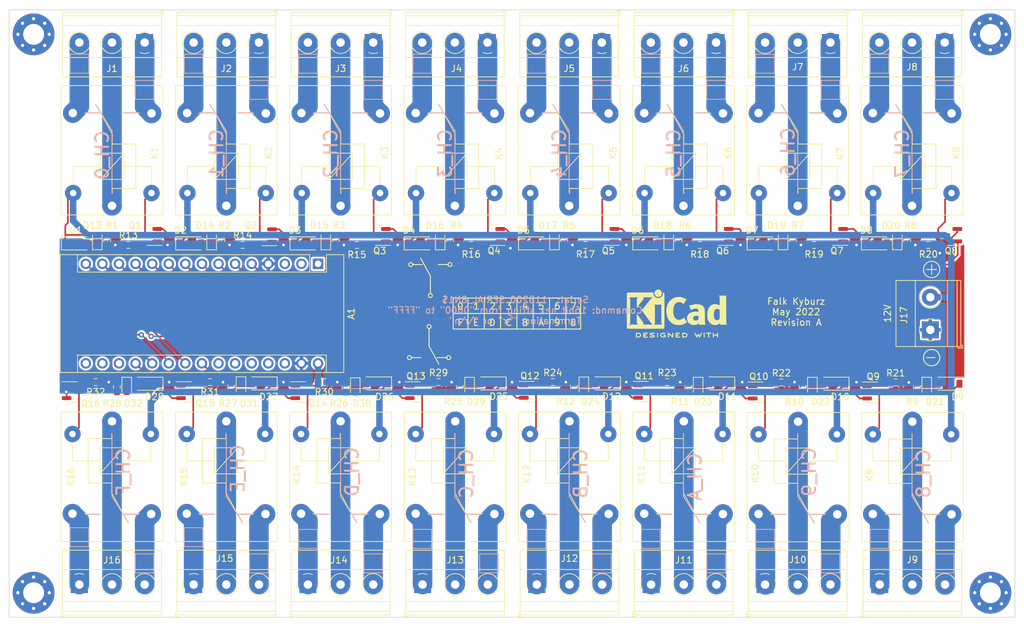
<source format=kicad_pcb>
(kicad_pcb (version 20211014) (generator pcbnew)
  (layers (0 "F.Cu" signal) (31 "B.Cu" signal) (34 "B.Paste" user) (35 "F.Paste" user) (36 "B.SilkS" user "B.Silkscreen") (37 "F.SilkS" user "F.Silkscreen") (38 "B.Mask" user) (39 "F.Mask" user) (44 "Edge.Cuts" user))
  (net 0 "")
  (net 1 "/ch0")
  (net 2 "/ch1")
  (net 4 "GND")
  (net 5 "/ch2")
  (net 6 "/ch3")
  (net 7 "/ch4")
  (net 8 "/ch5")
  (net 9 "/ch6")
  (net 10 "/ch7")
  (net 11 "/ch8")
  (net 12 "/ch9")
  (net 13 "/chA")
  (net 14 "/chB")
  (net 15 "/chC")
  (net 16 "/chD")
  (net 19 "/chE")
  (net 20 "/chF")
  (net 27 "+12V")
  (net 28 "Net-(D1-Pad2)")
  (net 29 "Net-(D2-Pad2)")
  (net 30 "Net-(D3-Pad2)")
  (net 31 "Net-(D4-Pad2)")
  (net 32 "Net-(D5-Pad2)")
  (net 33 "Net-(D6-Pad2)")
  (net 34 "Net-(D7-Pad2)")
  (net 35 "Net-(D8-Pad2)")
  (net 36 "Net-(D9-Pad2)")
  (net 37 "Net-(D10-Pad2)")
  (net 38 "Net-(D11-Pad2)")
  (net 39 "Net-(D12-Pad2)")
  (net 40 "Net-(J1-Pad2)")
  (net 41 "Net-(J2-Pad2)")
  (net 42 "Net-(J3-Pad1)")
  (net 43 "Net-(J3-Pad2)")
  (net 44 "Net-(J3-Pad3)")
  (net 45 "Net-(J4-Pad2)")
  (net 46 "Net-(J5-Pad2)")
  (net 47 "Net-(J6-Pad1)")
  (net 48 "Net-(J6-Pad2)")
  (net 49 "Net-(J6-Pad3)")
  (net 50 "Net-(J7-Pad2)")
  (net 51 "Net-(J8-Pad2)")
  (net 52 "Net-(J9-Pad1)")
  (net 53 "Net-(J9-Pad2)")
  (net 54 "Net-(J9-Pad3)")
  (net 55 "Net-(J10-Pad2)")
  (net 56 "Net-(J11-Pad1)")
  (net 57 "Net-(J11-Pad2)")
  (net 58 "Net-(J12-Pad2)")
  (net 59 "Net-(J13-Pad1)")
  (net 60 "Net-(J13-Pad2)")
  (net 61 "Net-(J13-Pad3)")
  (net 62 "Net-(J14-Pad1)")
  (net 63 "Net-(J14-Pad2)")
  (net 64 "Net-(J14-Pad3)")
  (net 65 "Net-(J15-Pad1)")
  (net 66 "Net-(J15-Pad2)")
  (net 67 "Net-(J15-Pad3)")
  (net 68 "Net-(J16-Pad2)")
  (net 69 "Net-(J1-Pad1)")
  (net 70 "Net-(J1-Pad3)")
  (net 71 "Net-(J2-Pad1)")
  (net 72 "Net-(J2-Pad3)")
  (net 73 "Net-(J4-Pad1)")
  (net 74 "Net-(J4-Pad3)")
  (net 75 "Net-(J5-Pad1)")
  (net 76 "Net-(J5-Pad3)")
  (net 77 "Net-(J7-Pad1)")
  (net 78 "Net-(J7-Pad3)")
  (net 79 "Net-(J8-Pad1)")
  (net 80 "Net-(J8-Pad3)")
  (net 81 "Net-(J10-Pad1)")
  (net 82 "Net-(J10-Pad3)")
  (net 83 "Net-(J11-Pad3)")
  (net 84 "Net-(J12-Pad1)")
  (net 85 "Net-(J12-Pad3)")
  (net 86 "Net-(J16-Pad1)")
  (net 87 "Net-(J16-Pad3)")
  (net 90 "Net-(D17-Pad1)")
  (net 91 "Net-(D13-Pad1)")
  (net 92 "Net-(D14-Pad1)")
  (net 93 "Net-(D15-Pad1)")
  (net 94 "Net-(D16-Pad1)")
  (net 95 "Net-(D18-Pad1)")
  (net 96 "Net-(D19-Pad1)")
  (net 97 "Net-(D20-Pad1)")
  (net 98 "Net-(D21-Pad1)")
  (net 99 "Net-(D22-Pad1)")
  (net 100 "Net-(D23-Pad1)")
  (net 101 "Net-(D24-Pad1)")
  (net 102 "Net-(D25-Pad2)")
  (net 103 "Net-(D26-Pad2)")
  (net 104 "Net-(D27-Pad2)")
  (net 105 "Net-(D28-Pad2)")
  (net 106 "Net-(D29-Pad1)")
  (net 107 "Net-(D30-Pad1)")
  (net 108 "Net-(D31-Pad1)")
  (net 109 "Net-(D32-Pad1)")
  (footprint "MountingHole:MountingHole_3.2mm_M3_Pad_Via" (layer "F.Cu") (at 226 136.75)
    (fp_text reference "H3" hide)
    (fp_text value "MountingHole")
  )
  (footprint "TerminalBlock_Phoenix:TerminalBlock_Phoenix_MKDS-1,5-3_1x03_P5.00mm_Horizontal" (layer "F.Cu") (at 121.5 135.5)
    (fp_text reference "J14")
    (fp_text value "Screw_Terminal_01x03")
  )
  (footprint "Package_TO_SOT_SMD:SOT-23" (layer "F.Cu") (at 115.0625 82.05 180)
    (fp_text reference "Q2")
    (fp_text value "2N7002E")
  )
  (footprint "Resistor_SMD:R_0603_1608Metric" (layer "F.Cu") (at 108.25 82.75 90)
    (fp_text reference "R2")
    (fp_text value "10k")
  )
  (footprint "Relay_THT:Relay_SPDT_SANYOU_SRD_Series_Form_C" (layer "F.Cu") (at 214.05 110.55 -90)
    (fp_text reference "K9")
    (fp_text value "SANYOU_SRD_Form_C")
  )
  (footprint "LED_SMD:LED_0603_1608Metric" (layer "F.Cu") (at 198.75 105.25 -90)
    (fp_text reference "D22")
    (fp_text value "LED")
  )
  (footprint "MountingHole:MountingHole_3.2mm_M3_Pad_Via" (layer "F.Cu") (at 79.5 136.75)
    (fp_text reference "H2" hide)
    (fp_text value "MountingHole")
  )
  (footprint "LED_SMD:LED_0603_1608Metric" (layer "F.Cu") (at 106.75 82.75 90)
    (fp_text reference "D14")
    (fp_text value "LED")
  )
  (footprint "Resistor_SMD:R_0603_1608Metric" (layer "F.Cu") (at 176.5 104.5)
    (fp_text reference "R23")
    (fp_text value "10k")
  )
  (footprint "TerminalBlock_Phoenix:TerminalBlock_Phoenix_MKDS-1,5-3_1x03_P5.00mm_Horizontal" (layer "F.Cu") (at 184 52.5 180)
    (fp_text reference "J6")
    (fp_text value "Screw_Terminal_01x03")
  )
  (footprint "LED_SMD:LED_0603_1608Metric" (layer "F.Cu") (at 124.25 82.75 90)
    (fp_text reference "D15")
    (fp_text value "LED")
  )
  (footprint "Resistor_SMD:R_0603_1608Metric" (layer "F.Cu") (at 146.5 83.5 180)
    (fp_text reference "R16")
    (fp_text value "10k")
  )
  (footprint "LED_SMD:LED_0603_1608Metric" (layer "F.Cu") (at 216.25 105.25 -90)
    (fp_text reference "D21")
    (fp_text value "LED")
  )
  (footprint "LED_SMD:LED_0603_1608Metric" (layer "F.Cu") (at 111.25 105.175 -90)
    (fp_text reference "D31")
    (fp_text value "LED")
  )
  (footprint "Package_TO_SOT_SMD:SOT-23" (layer "F.Cu") (at 208.05 106.05)
    (fp_text reference "Q9")
    (fp_text value "2N7002E")
  )
  (footprint "Package_TO_SOT_SMD:SOT-23" (layer "F.Cu") (at 85.5 106)
    (fp_text reference "Q16")
    (fp_text value "2N7002E")
  )
  (footprint "Resistor_SMD:R_0603_1608Metric" (layer "F.Cu") (at 178.25 82.75 90)
    (fp_text reference "R6")
    (fp_text value "10k")
  )
  (footprint "TerminalBlock_Phoenix:TerminalBlock_Phoenix_MKDS-1,5-3_1x03_P5.00mm_Horizontal" (layer "F.Cu") (at 166.5 52.5 180)
    (fp_text reference "J5")
    (fp_text value "Screw_Terminal_01x03")
  )
  (footprint "Package_TO_SOT_SMD:SOT-23" (layer "F.Cu") (at 202.5 82 180)
    (fp_text reference "Q7")
    (fp_text value "2N7002E")
  )
  (footprint "Diode_SMD:D_SOD-123" (layer "F.Cu") (at 97.05 104.75 180)
    (fp_text reference "D28")
    (fp_text value "1N4148W")
  )
  (footprint "Symbol:KiCad-Logo2_6mm_SilkScreen" (layer "F.Cu") (at 177.992514 93.304848)
    (fp_text reference "REF**" hide)
    (fp_text value "KiCad-Logo2_6mm_SilkScreen" hide)
  )
  (footprint "Relay_THT:Relay_SPDT_SANYOU_SRD_Series_Form_C" (layer "F.Cu") (at 179 77.5 90)
    (fp_text reference "K6")
    (fp_text value "SANYOU_SRD_Form_C")
  )
  (footprint "Diode_SMD:D_SOD-123" (layer "F.Cu") (at 149.6 104.7 180)
    (fp_text reference "D25")
    (fp_text value "1N4148W")
  )
  (footprint "Resistor_SMD:R_0603_1608Metric" (layer "F.Cu") (at 164 83.5 180)
    (fp_text reference "R17")
    (fp_text value "10k")
  )
  (footprint "TerminalBlock_Phoenix:TerminalBlock_Phoenix_MKDS-1,5-3_1x03_P5.00mm_Horizontal" (layer "F.Cu") (at 174.05 135.5)
    (fp_text reference "J11")
    (fp_text value "Screw_Terminal_01x03")
  )
  (footprint "Diode_SMD:D_SOD-123" (layer "F.Cu") (at 191 83.25)
    (fp_text reference "D7")
    (fp_text value "1N4148W")
  )
  (footprint "Resistor_SMD:R_0603_1608Metric" (layer "F.Cu") (at 106.5 104.5)
    (fp_text reference "R31")
    (fp_text value "10k")
  )
  (footprint "Relay_THT:Relay_SPDT_SANYOU_SRD_Series_Form_C" (layer "F.Cu") (at 144.05 110.5 -90)
    (fp_text reference "K13")
    (fp_text value "SANYOU_SRD_Form_C")
  )
  (footprint "Package_TO_SOT_SMD:SOT-23" (layer "F.Cu") (at 185 82 180)
    (fp_text reference "Q6")
    (fp_text value "2N7002E")
  )
  (footprint "LED_SMD:LED_0603_1608Metric" (layer "F.Cu") (at 181.25 105.25 -90)
    (fp_text reference "D23")
    (fp_text value "LED")
  )
  (footprint "Diode_SMD:D_SOD-123" (layer "F.Cu") (at 114.55 104.7 180)
    (fp_text reference "D27")
    (fp_text value "1N4148W")
  )
  (footprint "Resistor_SMD:R_0603_1608Metric" (layer "F.Cu") (at 129 83.5 180)
    (fp_text reference "R15")
    (fp_text value "10k")
  )
  (footprint "Relay_THT:Relay_SPDT_SANYOU_SRD_Series_Form_C" (layer "F.Cu") (at 126.5 110.5 -90)
    (fp_text reference "K14")
    (fp_text value "SANYOU_SRD_Form_C")
  )
  (footprint "TerminalBlock_Phoenix:TerminalBlock_Phoenix_MKDS-1,5-3_1x03_P5.00mm_Horizontal" (layer "F.Cu") (at 219 52.5 180)
    (fp_text reference "J8")
    (fp_text value "Screw_Terminal_01x03")
  )
  (footprint "Package_TO_SOT_SMD:SOT-23" (layer "F.Cu") (at 97.5 82 180)
    (fp_text reference "Q1")
    (fp_text value "2N7002E")
  )
  (footprint "Diode_SMD:D_SOD-123" (layer "F.Cu") (at 167.1 104.7 180)
    (fp_text reference "D12")
    (fp_text value "1N4148W")
  )
  (footprint "Diode_SMD:D_SOD-123" (layer "F.Cu") (at 208.5 83.25)
    (fp_text reference "D8")
    (fp_text value "1N4148W")
  )
  (footprint "Diode_SMD:D_SOD-123" (layer "F.Cu") (at 132.05 104.7 180)
    (fp_text reference "D26")
    (fp_text value "1N4148W")
  )
  (footprint "Relay_THT:Relay_SPDT_SANYOU_SRD_Series_Form_C" (layer "F.Cu") (at 196.5 77.5 90)
    (fp_text reference "K7")
    (fp_text value "SANYOU_SRD_Form_C")
  )
  (footprint "Diode_SMD:D_SOD-123" (layer "F.Cu") (at 173.5 83.25)
    (fp_text reference "D6")
    (fp_text value "1N4148W")
  )
  (footprint "TerminalBlock_Phoenix:TerminalBlock_Phoenix_MKDS-1,5-3_1x03_P5.00mm_Horizontal" (layer "F.Cu") (at 104 135.5)
    (fp_text reference "J15")
    (fp_text value "Screw_Terminal_01x03")
  )
  (footprint "Resistor_SMD:R_0603_1608Metric" (layer "F.Cu") (at 125.75 82.75 90)
    (fp_text reference "R3")
    (fp_text value "10k")
  )
  (footprint "TerminalBlock_Phoenix:TerminalBlock_Phoenix_MKDS-1,5-3_1x03_P5.00mm_Horizontal" (layer "F.Cu") (at 139.05 135.5)
    (fp_text reference "J13")
    (fp_text value "Screw_Terminal_01x03")
  )
  (footprint "Relay_THT:Relay_SPDT_SANYOU_SRD_Series_Form_C" (layer "F.Cu") (at 161.55 110.5 -90)
    (fp_text reference "K12")
    (fp_text value "SANYOU_SRD_Form_C")
  )
  (footprint "Relay_THT:Relay_SPDT_SANYOU_SRD_Series_Form_C" (layer "F.Cu") (at 161.5 77.5 90)
    (fp_text reference "K5")
    (fp_text value "SANYOU_SRD_Form_C")
  )
  (footprint "LED_SMD:LED_0603_1608Metric" (layer "F.Cu") (at 141.75 82.75 90)
    (fp_text reference "D16")
    (fp_text value "LED")
  )
  (footprint "LED_SMD:LED_0603_1608Metric" (layer "F.Cu") (at 211.75 82.75 90)
    (fp_text reference "D20")
    (fp_text value "LED")
  )
  (footprint "TerminalBlock_Phoenix:TerminalBlock_Phoenix_MKDS-1,5-3_1x03_P5.00mm_Horizontal" (layer "F.Cu") (at 86.5 135.5)
    (fp_text reference "J16")
    (fp_text value "Screw_Terminal_01x03")
  )
  (footprint "Resistor_SMD:R_0603_1608Metric" (layer "F.Cu") (at 197.25 105.25 -90)
    (fp_text reference "R10")
    (fp_text value "10k")
  )
  (footprint "TerminalBlock_Phoenix:TerminalBlock_Phoenix_MKDS-1,5-3_1x03_P5.00mm_Horizontal" (layer "F.Cu") (at 149 52.5 180)
    (fp_text reference "J4")
    (fp_text value "Screw_Terminal_01x03")
  )
  (footprint "Resistor_SMD:R_0603_1608Metric" (layer "F.Cu") (at 144.75 105.2125 -90)
    (fp_text reference "R25")
    (fp_text value "10k")
  )
  (footprint "Diode_SMD:D_SOD-123" (layer "F.Cu") (at 103.5 83.25)
    (fp_text reference "D2")
    (fp_text value "1N4148W")
  )
  (footprint "Resistor_SMD:R_0603_1608Metric" (layer "F.Cu") (at 109.75 105.175 -90)
    (fp_text reference "R27")
    (fp_text value "10k")
  )
  (footprint "Resistor_SMD:R_0603_1608Metric" (layer "F.Cu") (at 94 83.5 180)
    (fp_text reference "R13")
    (fp_text value "10k")
  )
  (footprint "LED_SMD:LED_0603_1608Metric" (layer "F.Cu") (at 128.75 105.325 -90)
    (fp_text reference "D30")
    (fp_text value "LED")
  )
  (footprint "Relay_THT:Relay_SPDT_SANYOU_SRD_Series_Form_C" (layer "F.Cu") (at 109 77.5 90)
    (fp_text reference "K2")
    (fp_text value "SANYOU_SRD_Form_C")
  )
  (footprint "Diode_SMD:D_SOD-123" (layer "F.Cu") (at 86 83.25)
    (fp_text reference "D1")
    (fp_text value "1N4148W")
  )
  (footprint "Resistor_SMD:R_0603_1608Metric" (layer "F.Cu") (at 211.5 104.55)
    (fp_text reference "R21")
    (fp_text value "10k")
  )
  (footprint "Package_TO_SOT_SMD:SOT-23" (layer "F.Cu") (at 172.9875 105.95)
    (fp_text reference "Q11")
    (fp_text value "2N7002E")
  )
  (footprint "TerminalBlock_Phoenix:TerminalBlock_Phoenix_MKDS-1,5-3_1x03_P5.00mm_Horizontal" (layer "F.Cu") (at 209.05 135.5)
    (fp_text reference "J9")
    (fp_text value "Screw_Terminal_01x03")
  )
  (footprint "TerminalBlock_Phoenix:TerminalBlock_Phoenix_MKDS-1,5-2_1x02_P5.00mm_Horizontal" (layer "F.Cu") (at 216.805 96.5 90)
    (fp_text reference "J17")
    (fp_text value "Screw_Terminal_01x02")
  )
  (footprint "Package_TO_SOT_SMD:SOT-23" (layer "F.Cu") (at 150 82 180)
    (fp_text reference "Q4")
    (fp_text value "2N7002E")
  )
  (footprint "TerminalBlock_Phoenix:TerminalBlock_Phoenix_MKDS-1,5-3_1x03_P5.00mm_Horizontal" (layer "F.Cu") (at 114 52.5 180)
    (fp_text reference "J2")
    (fp_text value "Screw_Terminal_01x03")
  )
  (footprint "LED_SMD:LED_0603_1608Metric" (layer "F.Cu") (at 163.75 105.2125 -90)
    (fp_text reference "D24")
    (fp_text value "LED")
  )
  (footprint "Resistor_SMD:R_0603_1608Metric" (layer "F.Cu") (at 90.75 82.75 90)
    (fp_text reference "R1")
    (fp_text value "10k")
  )
  (footprint "LED_SMD:LED_0603_1608Metric" (layer "F.Cu") (at 159.25 82.75 90)
    (fp_text reference "D17")
    (fp_text value "LED")
  )
  (footprint "Resistor_SMD:R_0603_1608Metric" (layer "F.Cu") (at 214.75 105.25 -90)
    (fp_text reference "R9")
    (fp_text value "10k")
  )
  (footprint "Package_TO_SOT_SMD:SOT-23" (layer "F.Cu") (at 155.4875 105.95)
    (fp_text reference "Q12")
    (fp_text value "2N7002E")
  )
  (footprint "LED_SMD:LED_0603_1608Metric" (layer "F.Cu") (at 176.75 82.75 90)
    (fp_text reference "D18")
    (fp_text value "LED")
  )
  (footprint "Diode_SMD:D_SOD-123" (layer "F.Cu") (at 202.1 104.75 180)
    (fp_text reference "D10")
    (fp_text value "1N4148W")
  )
  (footprint "Resistor_SMD:R_0603_1608Metric" (layer "F.Cu") (at 92.25 105.25 -90)
    (fp_text reference "R28")
    (fp_text value "10k")
  )
  (footprint "Module:Arduino_Nano" (layer "F.Cu") (at 123.05 86.39 -90)
    (fp_text reference "A1")
    (fp_text value "Arduino_Nano_Every")
  )
  (footprint "Package_TO_SOT_SMD:SOT-23" (layer "F.Cu") (at 190.55 106.05)
    (fp_text reference "Q10")
    (fp_text value "2N7002E")
  )
  (footprint "LED_SMD:LED_0603_1608Metric" (layer "F.Cu") (at 146.25 105.25 -90)
    (fp_text reference "D29")
    (fp_text value "LED")
  )
  (footprint "Relay_THT:Relay_SPDT_SANYOU_SRD_Series_Form_C" (layer "F.Cu") (at 126.5 77.5 90)
    (fp_text reference "K3")
    (fp_text value "SANYOU_SRD_Form_C")
  )
  (footprint "Resistor_SMD:R_0603_1608Metric" (layer "F.Cu") (at 213.25 82.75 90)
    (fp_text reference "R8")
    (fp_text value "10k")
  )
  (footprint "Package_TO_SOT_SMD:SOT-23" (layer "F.Cu") (at 103 106)
    (fp_text reference "Q15")
    (fp_text value "2N7002E")
  )
  (footprint "MountingHole:MountingHole_3.2mm_M3_Pad_Via" (layer "F.Cu") (at 226 51.25)
    (fp_text reference "H4" hide)
    (fp_text value "MountingHole")
  )
  (footprint "Resistor_SMD:R_0603_1608Metric" (layer "F.Cu") (at 124 104.5)
    (fp_text reference "R30")
    (fp_text value "10k")
  )
  (footprint "MountingHole:MountingHole_3.2mm_M3_Pad_Via" (layer "F.Cu") (at 79.5 51.25)
    (fp_text reference "H1" hide)
    (fp_text value "MountingHole")
  )
  (footprint "Resistor_SMD:R_0603_1608Metric" (layer "F.Cu") (at 181.5 83.5 180)
    (fp_text reference "R18")
    (fp_text value "10k")
  )
  (footprint "Package_TO_SOT_SMD:SOT-23" (layer "F.Cu") (at 132.5 82 180)
    (fp_text reference "Q3")
    (fp_text value "2N7002E")
  )
  (footprint "Diode_SMD:D_SOD-123" (layer "F.Cu") (at 184.6 104.7 180)
    (fp_text reference "D11")
    (fp_text value "1N4148W")
  )
  (footprint "Resistor_SMD:R_0603_1608Metric" (layer "F.Cu") (at 127.25 105.325 -90)
    (fp_text reference "R26")
    (fp_text value "10k")
  )
  (footprint "LED_SMD:LED_0603_1608Metric" (layer "F.Cu") (at 89.25 82.75 90)
    (fp_text reference "D13")
    (fp_text value "LED")
  )
  (footprint "Resistor_SMD:R_0603_1608Metric" (layer "F.Cu") (at 143.25 82.75 90)
    (fp_text reference "R4")
    (fp_text value "10k")
  )
  (footprint "Resistor_SMD:R_0603_1608Metric" (layer "F.Cu") (at 111.5 83.5 180)
    (fp_text reference "R14")
    (fp_text value "10k")
  )
  (footprint "Resistor_SMD:R_0603_1608Metric" (layer "F.Cu") (at 141.5 104.5)
    (fp_text reference "R29")
    (fp_text value "10k")
  )
  (footprint "Relay_THT:Relay_SPDT_SANYOU_SRD_Series_Form_C" (layer "F.Cu") (at 91.5 77.5 90)
    (fp_text reference "K1")
    (fp_text value "SANYOU_SRD_Form_C")
  )
  (footprint "Diode_SMD:D_SOD-123" (layer "F.Cu") (at 219.6 104.75 180)
    (fp_text reference "D9")
    (fp_text value "1N4148W")
  )
  (footprint "Package_TO_SOT_SMD:SOT-23" (layer "F.Cu") (at 138.05 106)
    (fp_text reference "Q13")
    (fp_text value "2N7002E")
  )
  (footprint "Resistor_SMD:R_0603_1608Metric" (layer "F.Cu") (at 199 83.5 180)
    (fp_text reference "R19")
    (fp_text value "10k")
  )
  (footprint "Diode_SMD:D_SOD-123" (layer "F.Cu") (at 121 83.25)
    (fp_text reference "D3")
    (fp_text value "1N4148W")
  )
  (footprint "Relay_THT:Relay_SPDT_SANYOU_SRD_Series_Form_C" (layer "F.Cu") (at 144 77.5 90)
    (fp_text reference "K4")
    (fp_text value "SANYOU_SRD_Form_C")
  )
  (footprint "Package_TO_SOT_SMD:SOT-23" (layer "F.Cu") (at 167.5 82 180)
    (fp_text reference "Q5")
    (fp_text value "2N7002E")
  )
  (footprint "Resistor_SMD:R_0603_1608Metric" (layer "F.Cu") (at 162.25 105.2125 -90)
    (fp_text reference "R12")
    (fp_text value "10k")
  )
  (footprint "Package_TO_SOT_SMD:SOT-23" (layer "F.Cu") (at 220 82 180)
    (fp_text reference "Q8")
    (fp_text value "2N7002E")
  )
  (footprint "TerminalBlock_Phoenix:TerminalBlock_Phoenix_MKDS-1,5-3_1x03_P5.00mm_Horizontal" (layer "F.Cu") (at 131.5 52.5 180)
    (fp_text reference "J3")
    (fp_text value "Screw_Terminal_01x03")
  )
  (footprint "TerminalBlock_Phoenix:TerminalBlock_Phoenix_MKDS-1,5-3_1x03_P5.00mm_Horizontal" (layer "F.Cu") (at 156.55 135.5)
    (fp_text reference "J12")
    (fp_text value "Screw_Terminal_01x03")
  )
  (footprint "LED_SMD:LED_0603_1608Metric" (layer "F.Cu") (at 194.25 82.75 90)
    (fp_text reference "D19")
    (fp_text value "LED")
  )
  (footprint "Diode_SMD:D_SOD-123" (layer "F.Cu") (at 156 83.25)
    (fp_text reference "D5")
    (fp_text value "1N4148W")
  )
  (footprint "Resistor_SMD:R_0603_1608Metric" (layer "F.Cu") (at 159 104.5)
    (fp_text reference "R24")
    (fp_text value "10k")
  )
  (footprint "Relay_THT:Relay_SPDT_SANYOU_SRD_Series_Form_C" (layer "F.Cu") (at 91.5 110.5 -90)
    (fp_text reference "K16")
    (fp_text value "SANYOU_SRD_Form_C")
  )
  (footprint "TerminalBlock_Phoenix:TerminalBlock_Phoenix_MKDS-1,5-3_1x03_P5.00mm_Horizontal" (layer "F.Cu") (at 201.5 52.5 180)
    (fp_text reference "J7")
    (fp_text value "Screw_Terminal_01x03")
  )
  (footprint "Diode_SMD:D_SOD-123" (layer "F.Cu") (at 138.5 83.25)
    (fp_text reference "D4")
    (fp_text value "1N4148W")
  )
  (footprint "TerminalBlock_Phoenix:TerminalBlock_Phoenix_MKDS-1,5-3_1x03_P5.00mm_Horizontal" (layer "F.Cu") (at 96.5 52.5 180)
    (fp_text reference "J1")
    (fp_text value "Screw_Terminal_01x03")
  )
  (footprint "Relay_THT:Relay_SPDT_SANYOU_SRD_Series_Form_C" (layer "F.Cu") (at 109 110.5 -90)
    (fp_text reference "K15")
    (fp_text value "SANYOU_SRD_Form_C")
  )
  (footprint "Relay_THT:Relay_SPDT_SANYOU_SRD_Series_Form_C" (layer "F.Cu") (at 214 77.5 90)
    (fp_text reference "K8")
    (fp_text value "SANYOU_SRD_Form_C")
  )
  (footprint "TerminalBlock_Phoenix:TerminalBlock_Phoenix_MKDS-1,5-3_1x03_P5.00mm_Horizontal" (layer "F.Cu") (at 191.5 135.5)
    (fp_text reference "J10")
    (fp_text value "Screw_Terminal_01x03")
  )
  (footprint "Resistor_SMD:R_0603_1608Metric" (layer "F.Cu") (at 179.75 105.25 -90)
    (fp_text reference "R11")
    (fp_text value "10k")
  )
  (footprint "Resistor_SMD:R_0603_1608Metric" (layer "F.Cu") (at 194 104.55)
    (fp_text reference "R22")
    (fp_text value "10k")
  )
  (footprint "Relay_THT:Relay_SPDT_SANYOU_SRD_Series_Form_C" (layer "F.Cu") (at 179.05 110.5 -90)
    (fp_text reference "K11")
    (fp_text value "SANYOU_SRD_Form_C")
  )
  (footprint "Resistor_SMD:R_0603_1608Metric" (layer "F.Cu") (at 89 104.5)
    (fp_text reference "R32")
    (fp_text value "10k")
  )
  (footprint "Relay_THT:Relay_SPDT_SANYOU_SRD_Series_Form_C" (layer "F.Cu") (at 196.55 110.55 -90)
    (fp_text reference "K10")
    (fp_text value "SANYOU_SRD_Form_C")
  )
  (footprint "Resistor_SMD:R_0603_1608Metric" (layer "F.Cu") (at 160.75 82.75 90)
    (fp_text reference "R5")
    (fp_text value "10k")
  )
  (footprint "Resistor_SMD:R_0603_1608Metric" (layer "F.Cu") (at 216.5 83.5 180)
    (fp_text reference "R20")
    (fp_text value "10k")
  )
  (footprint "LED_SMD:LED_0603_1608Metric" (layer "F.Cu") (at 93.75 105.25 -90)
    (fp_text reference "D32")
    (fp_text value "LED")
  )
  (footprint "Package_TO_SOT_SMD:SOT-23" (layer "F.Cu") (at 120.5 106)
    (fp_text reference "Q14")
    (fp_text value "2N7002E")
  )
  (footprint "Resistor_SMD:R_0603_1608Metric" (layer "F.Cu") (at 195.75 82.75 90)
    (fp_text reference "R7")
    (fp_text value "10k")
  )
  (footprint "TestPoint:TestPoint_Pad_2.5x2.5mm" (layer "B.Cu") (at 219 59.75 180)
    (fp_text reference "TP8" hide)
    (fp_text value "TestPoint")
  )
  (footprint "TestPoint:TestPoint_Pad_2.5x2.5mm" (layer "B.Cu") (at 149.25 132.25 180)
    (fp_text reference "TP29" hide)
    (fp_text value "TestPoint")
  )
  (footprint "TestPoint:TestPoint_Pad_2.5x2.5mm" (layer "B.Cu") (at 166.5 59.75 180)
    (fp_text reference "TP5" hide)
    (fp_text value "TestPoint")
  )
  (footprint "TestPoint:TestPoint_Pad_2.5x2.5mm" (layer "B.Cu") (at 114 132.25 180)
    (fp_text reference "TP31" hide)
    (fp_text value "TestPoint")
  )
  (footprint "TestPoint:TestPoint_Pad_2.5x2.5mm" (layer "B.Cu") (at 131.5 132.25 180)
    (fp_text reference "TP30" hide)
    (fp_text value "TestPoint")
  )
  (footprint "TestPoint:TestPoint_Pad_2.5x2.5mm" (layer "B.Cu") (at 86.5 55.75 180)
    (fp_text reference "TP13" hide)
    (fp_text value "TestPoint")
  )
  (footprint "TestPoint:TestPoint_Pad_2.5x2.5mm" (layer "B.Cu") (at 139 128.5 180)
    (fp_text reference "TP25" hide)
    (fp_text value "TestPoint")
  )
  (footprint "TestPoint:TestPoint_Pad_2.5x2.5mm" (layer "B.Cu") (at 121.5 55.75 180)
    (fp_text reference "TP15" hide)
    (fp_text value "TestPoint")
  )
  (footprint "TestPoint:TestPoint_Pad_2.5x2.5mm" (layer "B.Cu") (at 184 59.75 180)
    (fp_text reference "TP6" hide)
    (fp_text value "TestPoint")
  )
  (footprint "TestPoint:TestPoint_Pad_2.5x2.5mm" (layer "B.Cu") (at 209 55.75 180)
    (fp_text reference "TP20" hide)
    (fp_text value "TestPoint")
  )
  (footprint "TestPoint:TestPoint_Pad_2.5x2.5mm" (layer "B.Cu") (at 184 132.25 180)
    (fp_text reference "TP23" hide)
    (fp_text value "TestPoint")
  )
  (footprint "TestPoint:TestPoint_Pad_2.5x2.5mm" (layer "B.Cu") (at 166.5 132.25 180)
    (fp_text reference "TP24" hide)
    (fp_text value "TestPoint")
  )
  (footprint "TestPoint:TestPoint_Pad_2.5x2.5mm" (layer "B.Cu") (at 219 132.25 180)
    (fp_text reference "TP21" hide)
    (fp_text value "TestPoint")
  )
  (footprint "TestPoint:TestPoint_Pad_2.5x2.5mm" (layer "B.Cu") (at 201.5 59.75 180)
    (fp_text reference "TP7" hide)
    (fp_text value "TestPoint")
  )
  (footprint "TestPoint:TestPoint_Pad_2.5x2.5mm" (layer "B.Cu") (at 139 55.75 180)
    (fp_text reference "TP16" hide)
    (fp_text value "TestPoint")
  )
  (footprint "TestPoint:TestPoint_Pad_2.5x2.5mm" (layer "B.Cu") (at 174 55.75 180)
    (fp_text reference "TP18" hide)
    (fp_text value "TestPoint")
  )
  (footprint "TestPoint:TestPoint_Pad_2.5x2.5mm" (layer "B.Cu") (at 104 55.75 180)
    (fp_text reference "TP14" hide)
    (fp_text value "TestPoint")
  )
  (footprint "TestPoint:TestPoint_Pad_2.5x2.5mm" (layer "B.Cu") (at 121.5 128.5 180)
    (fp_text reference "TP26" hide)
    (fp_text value "TestPoint")
  )
  (footprint "TestPoint:TestPoint_Pad_2.5x2.5mm" (layer "B.Cu") (at 149 59.75 180)
    (fp_text reference "TP4" hide)
    (fp_text value "TestPoint")
  )
  (footprint "TestPoint:TestPoint_Pad_2.5x2.5mm" (layer "B.Cu") (at 96.5 59.75 180)
    (fp_text reference "TP1" hide)
    (fp_text value "TestPoint")
  )
  (footprint "TestPoint:TestPoint_Pad_2.5x2.5mm" (layer "B.Cu") (at 156.5 55.75 180)
    (fp_text reference "TP17" hide)
    (fp_text value "TestPoint")
  )
  (footprint "TestPoint:TestPoint_Pad_2.5x2.5mm" (layer "B.Cu") (at 156.5 128.5 180)
    (fp_text reference "TP12" hide)
    (fp_text value "TestPoint")
  )
  (footprint "TestPoint:TestPoint_Pad_2.5x2.5mm" (layer "B.Cu") (at 131.5 59.75 180)
    (fp_text reference "TP3" hide)
    (fp_text value "TestPoint")
  )
  (footprint "TestPoint:TestPoint_Pad_2.5x2.5mm" (layer "B.Cu") (at 209 128.5 180)
    (fp_text reference "TP9" hide)
    (fp_text value "TestPoint")
  )
  (footprint "TestPoint:TestPoint_Pad_2.5x2.5mm" (layer "B.Cu") (at 201.5 132.25 180)
    (fp_text reference "TP22" hide)
    (fp_text value "TestPoint")
  )
  (footprint "TestPoint:TestPoint_Pad_2.5x2.5mm" (layer "B.Cu") (at 96.5 132.25 180)
    (fp_text reference "TP32" hide)
    (fp_text value "TestPoint")
  )
  (footprint "TestPoint:TestPoint_Pad_2.5x2.5mm" (layer "B.Cu") (at 104 128.25 180)
    (fp_text reference "TP27" hide)
    (fp_text value "TestPoint")
  )
  (footprint "TestPoint:TestPoint_Pad_2.5x2.5mm" (layer "B.Cu") (at 114 59.75 180)
    (fp_text reference "TP2" hide)
    (fp_text value "TestPoint")
  )
  (footprint "TestPoint:TestPoint_Pad_2.5x2.5mm" (layer "B.Cu") (at 86.5 128.25 180)
    (fp_text reference "TP28" hide)
    (fp_text value "TestPoint")
  )
  (footprint "TestPoint:TestPoint_Pad_2.5x2.5mm" (layer "B.Cu") (at 191.5 128.5 180)
    (fp_text reference "TP10" hide)
    (fp_text value "TestPoint")
  )
  (footprint "TestPoint:TestPoint_Pad_2.5x2.5mm" (layer "B.Cu") (at 191.5 55.75 180)
    (fp_text reference "TP19" hide)
    (fp_text value "TestPoint")
  )
  (footprint "TestPoint:TestPoint_Pad_2.5x2.5mm" (layer "B.Cu") (at 174 128.5 180)
    (fp_text reference "TP11" hide)
    (fp_text value "TestPoint")
  )
  (gr_line (start 140 124.75) (end 142.25 124.75) (layer "B.SilkS") (width 0.15))
  (gr_line (start 130.5 63.25) (end 128.25 63.25) (layer "B.SilkS") (width 0.15))
  (gr_line (start 179 112.5) (end 179 122) (layer "B.SilkS") (width 0.15))
  (gr_line (start 179 66) (end 176.5 62) (layer "B.SilkS") (width 0.15))
  (gr_line (start 126.5 66) (end 124 62) (layer "B.SilkS") (width 0.15))
  (gr_line (start 165.5 124.75) (end 163.25 124.75) (layer "B.SilkS") (width 0.15))
  (gr_line (start 210 124.75) (end 212.25 124.75) (layer "B.SilkS") (width 0.15))
  (gr_line (start 214 122) (end 216.5 126) (layer "B.SilkS") (width 0.15))
  (gr_line (start 91.5 75.5) (end 91.5 66) (layer "B.SilkS") (width 0.15))
  (gr_line (start 109 75.5) (end 109 66) (layer "B.SilkS") (width 0.15))
  (gr_line (start 126.5 112.5) (end 126.5 122) (layer "B.SilkS") (width 0.15))
  (gr_line (start 183 124.75) (end 180.75 124.75) (layer "B.SilkS") (width 0.15))
  (gr_line (start 148 63.25) (end 145.75 63.25) (layer "B.SilkS") (width 0.15))
  (gr_line (start 161.5 122) (end 164 126) (layer "B.SilkS") (width 0.15))
  (gr_line (start 105 63.25) (end 107.25 63.25) (layer "B.SilkS") (width 0.15))
  (gr_line (start 192.5 124.75) (end 194.75 124.75) (layer "B.SilkS") (width 0.15))
  (gr_line (start 91.5 122) (end 94 126) (layer "B.SilkS") (width 0.15))
  (gr_line (start 95.5 124.75) (end 93.25 124.75) (layer "B.SilkS") (width 0.15))
  (gr_line (start 126.5 122) (end 129 126) (layer "B.SilkS") (width 0.15))
  (gr_line (start 113 124.75) (end 110.75 124.75) (layer "B.SilkS") (width 0.15))
  (gr_line (start 87.5 63.25) (end 89.75 63.25) (layer "B.SilkS") (width 0.15))
  (gr_line (start 161.5 112.5) (end 161.5 122) (layer "B.SilkS") (width 0.15))
  (gr_line (start 196.5 75.5) (end 196.5 66) (layer "B.SilkS") (width 0.15))
  (gr_line (start 144 75.5) (end 144 66) (layer "B.SilkS") (width 0.15))
  (gr_line (start 214 66) (end 211.5 62) (layer "B.SilkS") (width 0.15))
  (gr_line (start 161.5 66) (end 159 62) (layer "B.SilkS") (width 0.15))
  (gr_line (start 192.5 63.25) (end 194.75 63.25) (layer "B.SilkS") (width 0.15))
  (gr_line (start 165.5 63.25) (end 163.25 63.25) (layer "B.SilkS") (width 0.15))
  (gr_line (start 122.5 63.25) (end 124.75 63.25) (layer "B.SilkS") (width 0.15))
  (gr_line (start 140 63.25) (end 142.25 63.25) (layer "B.SilkS") (width 0.15))
  (gr_line (start 179 122) (end 181.5 126) (layer "B.SilkS") (width 0.15))
  (gr_line (start 148 124.75) (end 145.75 124.75) (layer "B.SilkS") (width 0.15))
  (gr_line (start 214 112.5) (end 214 122) (layer "B.SilkS") (width 0.15))
  (gr_line (start 87.5 124.75) (end 89.75 124.75) (layer "B.SilkS") (width 0.15))
  (gr_line (start 122.5 124.75) (end 124.75 124.75) (layer "B.SilkS") (width 0.15))
  (gr_line (start 214 75.5) (end 214 66) (layer "B.SilkS") (width 0.15))
  (gr_line (start 175 124.75) (end 177.25 124.75) (layer "B.SilkS") (width 0.15))
  (gr_line (start 109 66) (end 106.5 62) (layer "B.SilkS") (width 0.15))
  (gr_line (start 126.5 75.5) (end 126.5 66) (layer "B.SilkS") (width 0.15))
  (gr_line (start 200.5 124.75) (end 198.25 124.75) (layer "B.SilkS") (width 0.15))
  (gr_line (start 91.5 112.5) (end 91.5 122) (layer "B.SilkS") (width 0.15))
  (gr_line (start 200.5 63.25) (end 198.25 63.25) (layer "B.SilkS") (width 0.15))
  (gr_line (start 109 122) (end 111.5 126) (layer "B.SilkS") (width 0.15))
  (gr_line (start 183 63.25) (end 180.75 63.25) (layer "B.SilkS") (width 0.15))
  (gr_line (start 210 63.25) (end 212.25 63.25) (layer "B.SilkS") (width 0.15))
  (gr_line (start 196.5 122) (end 199 126) (layer "B.SilkS") (width 0.15))
  (gr_line (start 91.5 66) (end 89 62) (layer "B.SilkS") (width 0.15))
  (gr_line (start 130.5 124.75) (end 128.25 124.75) (layer "B.SilkS") (width 0.15))
  (gr_line (start 95.5 63.25) (end 93.25 63.25) (layer "B.SilkS") (width 0.15))
  (gr_line (start 179 75.5) (end 179 66) (layer "B.SilkS") (width 0.15))
  (gr_line (start 175 63.25) (end 177.25 63.25) (layer "B.SilkS") (width 0.15))
  (gr_line (start 113 63.25) (end 110.75 63.25) (layer "B.SilkS") (width 0.15))
  (gr_line (start 218 124.75) (end 215.75 124.75) (layer "B.SilkS") (width 0.15))
  (gr_line (start 196.5 66) (end 194 62) (layer "B.SilkS") (width 0.15))
  (gr_line (start 157.5 63.25) (end 159.75 63.25) (layer "B.SilkS") (width 0.15))
  (gr_line (start 144 66) (end 141.5 62) (layer "B.SilkS") (width 0.15))
  (gr_line (start 218 63.25) (end 215.75 63.25) (layer "B.SilkS") (width 0.15))
  (gr_line (start 144 112.5) (end 144 122) (layer "B.SilkS") (width 0.15))
  (gr_line (start 161.5 75.5) (end 161.5 66) (layer "B.SilkS") (width 0.15))
  (gr_line (start 109 112.5) (end 109 122) (layer "B.SilkS") (width 0.15))
  (gr_line (start 144 122) (end 146.5 126) (layer "B.SilkS") (width 0.15))
  (gr_line (start 105 124.75) (end 107.25 124.75) (layer "B.SilkS") (width 0.15))
  (gr_line (start 196.5 112.5) (end 196.5 122) (layer "B.SilkS") (width 0.15))
  (gr_line (start 157.5 124.75) (end 159.75 124.75) (layer "B.SilkS") (width 0.15))
  (gr_line (start 143.75 91.625) (end 163.25 91.625) (layer "F.SilkS") (width 0.15))
  (gr_circle (center 140.05 96) (end 139.75 96) (layer "F.SilkS") (width 0.15) (fill none))
  (gr_line (start 216.25 87.25) (end 217.75 87.25) (layer "F.SilkS") (width 0.15))
  (gr_line (start 141.55 101.75) (end 140.05 99) (layer "F.SilkS") (width 0.15))
  (gr_line (start 151 91.625) (end 151 96.375) (layer "F.SilkS") (width 0.15))
  (gr_circle (center 217 87.25) (end 216 86.5) (layer "F.SilkS") (width 0.15) (fill none))
  (gr_line (start 217 86.5) (end 217 88) (layer "F.SilkS") (width 0.15))
  (gr_circle (center 137.05 100.75) (end 136.75 100.75) (layer "F.SilkS") (width 0.15) (fill none))
  (gr_circle (center 137.25 86.5) (end 137.55 86.5) (layer "F.SilkS") (width 0.15) (fill none))
  (gr_circle (center 140.25 91.25) (end 140.55 91.25) (layer "F.SilkS") (width 0.15) (fill none))
  (gr_line (start 146 91.625) (end 146 96.375) (layer "F.SilkS") (width 0.15))
  (gr_line (start 216.25 100.75) (end 217.5 100.75) (layer "F.SilkS") (width 0.15))
  (gr_line (start 153.5 91.625) (end 153.5 96.375) (layer "F.SilkS") (width 0.15))
  (gr_line (start 143 86.5) (end 141.5 86.5) (layer "F.SilkS") (width 0.15))
  (gr_line (start 161 91.625) (end 161 96.375) (layer "F.SilkS") (width 0.15))
  (gr_line (start 148.5 91.625) (end 148.5 96.375) (layer "F.SilkS") (width 0.15))
  (gr_line (start 138.75 85.5) (end 140.25 88.25) (layer "F.SilkS") (width 0.15))
  (gr_circle (center 143.25 86.5) (end 143.55 86.5) (layer "F.SilkS") (width 0.15) (fill none))
  (gr_line (start 156 91.625) (end 156 96.375) (layer "F.SilkS") (width 0.15))
  (gr_line (start 137.3 100.75) (end 138.8 100.75) (layer "F.SilkS") (width 0.15))
  (gr_circle (center 217 100.75) (end 216 100) (layer "F.SilkS") (width 0.15) (fill none))
  (gr_line (start 140.25 88.25) (end 140.25 91) (layer "F.SilkS") (width 0.15))
  (gr_line (start 137.5 86.5) (end 139 86.5) (layer "F.SilkS") (width 0.15))
  (gr_line (start 158.5 91.625) (end 158.5 96.375) (layer "F.SilkS") (width 0.15))
  (gr_line (start 163.25 94) (end 143.75 94) (layer "F.SilkS") (width 0.15))
  (gr_line (start 140.05 99) (end 140.05 96.25) (layer "F.SilkS") (width 0.15))
  (gr_line (start 163.25 96.375) (end 143.75 96.375) (layer "F.SilkS") (width 0.15))
  (gr_line (start 143.75 96.375) (end 143.75 91.625) (layer "F.SilkS") (width 0.15))
  (gr_line (start 142.8 100.75) (end 141.3 100.75) (layer "F.SilkS") (width 0.15))
  (gr_circle (center 143.05 100.75) (end 142.75 100.75) (layer "F.SilkS") (width 0.15) (fill none))
  (gr_line (start 163.25 91.625) (end 163.25 96.375) (layer "F.SilkS") (width 0.15))
  (gr_line (start 75.75 140.5) (end 75.75 47.5) (layer "Edge.Cuts") (width 0.1))
  (gr_line (start 229.75 140.5) (end 75.75 140.5) (layer "Edge.Cuts") (width 0.1))
  (gr_line (start 229.75 47.5) (end 75.75 47.5) (layer "Edge.Cuts") (width 0.1))
  (gr_line (start 229.75 140.5) (end 229.75 47.5) (layer "Edge.Cuts") (width 0.1))
  (gr_text "CH_E" (at 110.75 117.75 90) (layer "B.SilkS") (effects (font (size 2 2) (thickness 0.3)) (justify mirror)))
  (gr_text "CH_A" (at 180.75 119 90) (layer "B.SilkS") (effects (font (size 2 2) (thickness 0.3)) (justify mirror)))
  (gr_text "CH_B" (at 163.25 118.5 90) (layer "B.SilkS") (effects (font (size 2 2) (thickness 0.3)) (justify mirror)))
  (gr_text "CH_F" (at 93.25 118.25 90) (layer "B.SilkS") (effects (font (size 2 2) (thickness 0.3)) (justify mirror)))
  (gr_text "CH_D" (at 128.25 118.25 90) (layer "B.SilkS") (effects (font (size 2 2) (thickness 0.3)) (justify mirror)))
  (gr_text "CH_1\n" (at 107.5 69.5 90) (layer "B.SilkS") (effects (font (size 2 2) (thickness 0.3)) (justify mirror)))
  (gr_text "CH_4\n" (at 160 69.5 90) (layer "B.SilkS") (effects (font (size 2 2) (thickness 0.3)) (justify mirror)))
  (gr_text "CH_5" (at 177.5 69.5 90) (layer "B.SilkS") (effects (font (size 2 2) (thickness 0.3)) (justify mirror)))
  (gr_text "CH_7" (at 212.5 69.5 90) (layer "B.SilkS") (effects (font (size 2 2) (thickness 0.3)) (justify mirror)))
  (gr_text "CH_2\n" (at 125 69.5 90) (layer "B.SilkS") (effects (font (size 2 2) (thickness 0.3)) (justify mirror)))
  (gr_text "CH_0" (at 90 69.75 90) (layer "B.SilkS") (effects (font (size 2 2) (thickness 0.3)) (justify mirror)))
  (gr_text "CH_8" (at 215.75 118.5 90) (layer "B.SilkS") (effects (font (size 2 2) (thickness 0.3)) (justify mirror)))
  (gr_text "CH_C" (at 145.75 118.5 90) (layer "B.SilkS") (effects (font (size 2 2) (thickness 0.3)) (justify mirror)))
  (gr_text "CH_9" (at 198.25 118.25 90) (layer "B.SilkS") (effects (font (size 2 2) (thickness 0.3)) (justify mirror)))
  (gr_text "CH_6" (at 195 69.25 90) (layer "B.SilkS") (effects (font (size 2 2) (thickness 0.3)) (justify mirror)))
  (gr_text "CH_3" (at 142.5 69.5 90) (layer "B.SilkS") (effects (font (size 2 2) (thickness 0.3)) (justify mirror)))
  (gr_text "Serial:  115200 SERIAL_8N1$\nComamnd: 16bit hex string from {dblquote}0000{dblquote} to {dblquote}FFFF{dblquote}\nTermination: {dblquote}\\r{dblquote} or {dblquote}\\r\\n{dblquote}\n" (at 153.25 93.5) (layer "B.SilkS") (effects (font (size 1 1)) (justify mirror)))
  (gr_text "12V" (at 210.25 94 90) (layer "F.SilkS") (effects (font (size 1 1))))
  (gr_text "Falk Kyburz\nMay 2022\nRevision A" (at 196.25 93.75) (layer "F.SilkS") (effects (font (size 1 1))))
  (gr_text "F  E  D  C  B  A  9  8" (at 153.5 95.375) (layer "F.SilkS") (effects (font (size 1 1))))
  (gr_text "0  1  2  3  4  5  6  7" (at 153.5 92.875) (layer "F.SilkS") (effects (font (size 1 1))))
  (segment (start 86.25 84.5) (end 93.825 84.5) (width 0.25) (layer "F.Cu") (net 1))
  (segment (start 93.75 97.25) (end 84.75 88.25) (width 0.25) (layer "F.Cu") (net 1))
  (segment (start 96 97.25) (end 93.75 97.25) (width 0.25) (layer "F.Cu") (net 1))
  (segment (start 84.75 86) (end 86.25 84.5) (width 0.25) (layer "F.Cu") (net 1))
  (segment (start 93.825 84.5) (end 95.375 82.95) (width 0.25) (layer "F.Cu") (net 1))
  (segment (start 84.75 88.25) (end 84.75 86) (width 0.25) (layer "F.Cu") (net 1))
  (segment (start 95.375 82.95) (end 98.4375 82.95) (width 0.25) (layer "F.Cu") (net 1))
  (via (at 96 97.25) (size 0.8) (drill 0.4) (layers "F.Cu" "B.Cu") (net 1))
  (segment (start 100.19 101.41) (end 100.19 101.63) (width 0.25) (layer "B.Cu") (net 1))
  (segment (start 96.03 97.25) (end 100.19 101.41) (width 0.25) (layer "B.Cu") (net 1))
  (segment (start 96 97.25) (end 96.03 97.25) (width 0.25) (layer "B.Cu") (net 1))
  (segment (start 85.5 87.75) (end 85.5 86.25) (width 0.25) (layer "F.Cu") (net 2))
  (segment (start 110.825 85) (end 112.325 83.5) (width 0.25) (layer "F.Cu") (net 2))
  (segment (start 94 96.25) (end 85.5 87.75) (width 0.25) (layer "F.Cu") (net 2))
  (segment (start 97.5 97.5) (end 96.25 96.25) (width 0.25) (layer "F.Cu") (net 2))
  (segment (start 96.25 96.25) (end 94 96.25) (width 0.25) (layer "F.Cu") (net 2))
  (segment (start 85.5 86.25) (end 86.75 85) (width 0.25) (layer "F.Cu") (net 2))
  (segment (start 112.825 83) (end 112.325 83.5) (width 0.25) (layer "F.Cu") (net 2))
  (segment (start 86.75 85) (end 110.825 85) (width 0.25) (layer "F.Cu") (net 2))
  (segment (start 116 83) (end 112.825 83) (width 0.25) (layer "F.Cu") (net 2))
  (via (at 97.5 97.5) (size 0.8) (drill 0.4) (layers "F.Cu" "B.Cu") (net 2))
  (segment (start 98.6 97.5) (end 97.5 97.5) (width 0.25) (layer "B.Cu") (net 2))
  (segment (start 102.73 101.63) (end 98.6 97.5) (width 0.25) (layer "B.Cu") (net 2))
  (segment (start 117.1 81.1) (end 116 81.1) (width 0.25) (layer "F.Cu") (net 4))
  (segment (start 128.175 83.5) (end 127 83.5) (width 0.25) (layer "F.Cu") (net 4))
  (segment (start 100.25 104.5) (end 100.25 106.5) (width 0.25) (layer "F.Cu") (net 4))
  (segment (start 99.3 81.05) (end 98.4375 81.05) (width 0.25) (layer "F.Cu") (net 4))
  (segment (start 171.15 106.9) (end 172.05 106.9) (width 0.25) (layer "F.Cu") (net 4))
  (segment (start 169.55 81.05) (end 168.4375 81.05) (width 0.25) (layer "F.Cu") (net 4))
  (segment (start 206 107) (end 207.1125 107) (width 0.25) (layer "F.Cu") (net 4))
  (segment (start 135.5 106.5) (end 135.95 106.95) (width 0.25) (layer "F.Cu") (net 4))
  (segment (start 118.45 106.95) (end 119.5625 106.95) (width 0.25) (layer "F.Cu") (net 4))
  (segment (start 218.25 84.75) (end 218.25 84.228928) (width 0.25) (layer "F.Cu") (net 4))
  (segment (start 205.5 81.5) (end 205.05 81.05) (width 0.25) (layer "F.Cu") (net 4))
  (segment (start 187.55 81.05) (end 185.9375 81.05) (width 0.25) (layer "F.Cu") (net 4))
  (segment (start 135.25 81.75) (end 134.55 81.05) (width 0.25) (layer "F.Cu") (net 4))
  (segment (start 152.5 84) (end 152.5 81.75) (width 0.25) (layer "F.Cu") (net 4))
  (segment (start 205.05 81.05) (end 203.4375 81.05) (width 0.25) (layer "F.Cu") (net 4))
  (segment (start 107.325 104.5) (end 108.5 104.5) (width 0.25) (layer "F.Cu") (net 4))
  (segment (start 89.825 104.5) (end 91 104.5) (width 0.25) (layer "F.Cu") (net 4))
  (segment (start 84.5625 106.95) (end 84.5625 106.0625) (width 0.25) (layer "F.Cu") (net 4))
  (segment (start 205.5 104.5) (end 205.5 106.5) (width 0.25) (layer "F.Cu") (net 4))
  (segment (start 100 83.5) (end 100 81.75) (width 0.25) (layer "F.Cu") (net 4))
  (segment (start 117.75 81.75) (end 117.1 81.1) (width 0.25) (layer "F.Cu") (net 4))
  (segment (start 170.25 106) (end 171.15 106.9) (width 0.25) (layer "F.Cu") (net 4))
  (segment (start 187.75 83.5) (end 187.75 81.25) (width 0.25) (layer "F.Cu") (net 4))
  (segment (start 117.75 104.5) (end 117.75 106.25) (width 0.25) (layer "F.Cu") (net 4))
  (segment (start 84.5625 106.0625) (end 84.5 106) (width 0.25) (layer "F.Cu") (net 4))
  (segment (start 100 81.75) (end 99.3 81.05) (width 0.25) (layer "F.Cu") (net 4))
  (segment (start 198.175 83.5) (end 197 83.5) (width 0.25) (layer "F.Cu") (net 4))
  (segment (start 187.75 81.25) (end 187.55 81.05) (width 0.25) (layer "F.Cu") (net 4))
  (segment (start 135.95 106.95) (end 137.1125 106.95) (width 0.25) (layer "F.Cu") (net 4))
  (segment (start 177.325 104.5) (end 178.5 104.5) (width 0.25) (layer "F.Cu") (net 4))
  (segment (start 170.25 83.5) (end 170.25 81.75) (width 0.25) (layer "F.Cu") (net 4))
  (segment (start 152.5 81.75) (end 151.8 81.05) (width 0.25) (layer "F.Cu") (net 4))
  (segment (start 195.95 104.55) (end 194.825 104.55) (width 0.25) (layer "F.Cu") (net 4))
  (segment (start 205.5 106.5) (end 206 107) (width 0.25) (layer "F.Cu") (net 4))
  (segment (start 215.675 83.5) (end 214.5 83.5) (width 0.25) (layer "F.Cu") (net 4))
  (segment (start 135.25 83.5) (end 135.25 81.75) (width 0.25) (layer "F.Cu") (net 4))
  (segment (start 117.75 83.5) (end 117.75 81.75) (width 0.25) (layer "F.Cu") (net 4))
  (segment (start 152.75 106.25) (end 153.4 106.9) (width 0.25) (layer "F.Cu") (net 4))
  (segment (start 218.25 84.228928) (end 220.9375 81.541428) (width 0.25) (layer "F.Cu") (net 4))
  (segment (start 134.55 81.05) (end 133.4375 81.05) (width 0.25) (layer "F.Cu") (net 4))
  (segment (start 100.7 106.95) (end 102.0625 106.95) (width 0.25) (layer "F.Cu") (net 4))
  (segment (start 163.175 83.5) (end 162 83.5) (width 0.25) (layer "F.Cu") (net 4))
  (segment (start 220.9375 81.541428) (end 220.9375 81.05) (width 0.25) (layer "F.Cu") (net 4))
  (segment (start 100.25 106.5) (end 100.7 106.95) (width 0.25) (layer "F.Cu") (net 4))
  (segment (start 153.4 106.9) (end 154.55 106.9) (width 0.25) (layer "F.Cu") (net 4))
  (segment (start 188 104.5) (end 188 106.5) (width 0.25) (layer "F.Cu") (net 4))
  (segment (start 145.675 83.5) (end 144.5 83.5) (width 0.25) (layer "F.Cu") (net 4))
  (segment (start 142.325 104.5) (end 143.5 104.5) (width 0.25) (layer "F.Cu") (net 4))
  (segment (start 151.8 81.05) (end 150.9375 81.05) (width 0.25) (layer "F.Cu") (net 4))
  (segment (start 196 104.5) (end 195.95 104.55) (width 0.25) (layer "F.Cu") (net 4))
  (segment (start 110.675 83.5) (end 109.5 83.5) (width 0.25) (layer "F.Cu") (net 4))
  (segment (start 152.75 104.5) (end 152.75 106.25) (width 0.25) (layer "F.Cu") (net 4))
  (segment (start 212.325 104.55) (end 213.5 104.55) (width 0.25) (layer "F.Cu") (net 4))
  (segment (start 205.5 83.5) (end 205.5 81.5) (width 0.25) (layer "F.Cu") (net 4))
  (segment (start 188.5 107) (end 189.6125 107) (width 0.25) (layer "F.Cu") (net 4))
  (segment (start 92.675 83.5) (end 92 83.5) (width 0.25) (layer "F.Cu") (net 4))
  (segment (start 124.825 104.5) (end 126 104.5) (width 0.25) (layer "F.Cu") (net 4))
  (segment (start 159.825 104.5) (end 161 104.5) (width 0.25) (layer "F.Cu") (net 4))
  (segment (start 117.75 106.25) (end 118.45 106.95) (width 0.25) (layer "F.Cu") (net 4))
  (segment (start 135.5 104.5) (end 135.5 106.5) (width 0.25) (layer "F.Cu") (net 4))
  (segment (start 188 106.5) (end 188.5 107) (width 0.25) (layer "F.Cu") (net 4))
  (segment (start 170.25 104.5) (end 170.25 106) (width 0.25) (layer "F.Cu") (net 4))
  (segment (start 170.25 81.75) (end 169.55 81.05) (width 0.25) (layer "F.Cu") (net 4))
  (segment (start 180.675 83.5) (end 179.5 83.5) (width 0.25) (layer "F.Cu") (net 4))
  (via (at 92 83.5) (size 0.8) (drill 0.4) (layers "F.Cu" "B.Cu") (net 4))
  (via (at 196 104.5) (size 0.8) (drill 0.4) (layers "F.Cu" "B.Cu") (net 4))
  (via (at 161 104.5) (size 0.8) (drill 0.4) (layers "F.Cu" "B.Cu") (net 4))
  (via (at 109.5 83.5) (size 0.8) (drill 0.4) (layers "F.Cu" "B.Cu") (net 4))
  (via (at 84.5 106) (size 0.8) (drill 0.4) (layers "F.Cu" "B.Cu") (net 4))
  (via (at 135.5 104.5) (size 0.8) (drill 0.4) (layers "F.Cu" "B.Cu") (net 4))
  (via (at 143.5 104.5) (size 0.8) (drill 0.4) (layers "F.Cu" "B.Cu") (net 4))
  (via (at 187.75 83.5) (size 0.8) (drill 0.4) (layers "F.Cu" "B.Cu") (net 4))
  (via (at 91 104.5) (size 0.8) (drill 0.4) (layers "F.Cu" "B.Cu") (net 4))
  (via (at 135.25 83.5) (size 0.8) (drill 0.4) (layers "F.Cu" "B.Cu") (net 4))
  (via (at 117.75 83.5) (size 0.8) (drill 0.4) (layers "F.Cu" "B.Cu") (net 4))
  (via (at 152.5 84) (size 0.8) (drill 0.4) (layers "F.Cu" "B.Cu") (net 4))
  (via (at 127 83.5) (size 0.8) (drill 0.4) (layers "F.Cu" "B.Cu") (net 4))
  (via (at 214.5 83.5) (size 0.8) (drill 0.4) (layers "F.Cu" "B.Cu") (net 4))
  (via (at 170.25 104.5) (size 0.8) (drill 0.4) (layers "F.Cu" "B.Cu") (net 4))
  (via (at 170.25 83.5) (size 0.8) (drill 0.4) (layers "F.Cu" "B.Cu") (net 4))
  (via (at 197 83.5) (size 0.8) (drill 0.4) (layers "F.Cu" "B.Cu") (net 4))
  (via (at 100.25 104.5) (size 0.8) (drill 0.4) (layers "F.Cu" "B.Cu") (net 4))
  (via (at 205.5 104.5) (size 0.8) (drill 0.4) (layers "F.Cu" "B.Cu") (net 4))
  (via (at 144.5 83.5) (size 0.8) (drill 0.4) (layers "F.Cu" "B.Cu") (net 4))
  (via (at 178.5 104.5) (size 0.8) (drill 0.4) (layers "F.Cu" "B.Cu") (net 4))
  (via (at 100 83.5) (size 0.8) (drill 0.4) (layers "F.Cu" "B.Cu") (net 4))
  (via (at 188 104.5) (size 0.8) (drill 0.4) (layers "F.Cu" "B.Cu") (net 4))
  (via (at 162 83.5) (size 0.8) (drill 0.4) (layers "F.Cu" "B.Cu") (net 4))
  (via (at 152.75 104.5) (size 0.8) (drill 0.4) (layers "F.Cu" "B.Cu") (net 4))
  (via (at 126 104.5) (size 0.8) (drill 0.4) (layers "F.Cu" "B.Cu") (net 4))
  (via (at 218.25 84.75) (size 0.8) (drill 0.4) (layers "F.Cu" "B.Cu") (net 4))
  (via (at 117.75 104.5) (size 0.8) (drill 0.4) (layers "F.Cu" "B.Cu") (net 4))
  (via (at 213.5 104.55) (size 0.8) (drill 0.4) (layers "F.Cu" "B.Cu") (net 4))
  (via (at 205.5 83.5) (size 0.8) (drill 0.4) (layers "F.Cu" "B.Cu") (net 4))
  (via (at 179.5 83.5) (size 0.8) (drill 0.4) (layers "F.Cu" "B.Cu") (net 4))
  (via (at 108.5 104.5) (size 0.8) (drill 0.4) (layers "F.Cu" "B.Cu") (net 4))
  (segment (start 115.25 88.75) (end 131.5 88.75) (width 0.25) (layer "F.Cu") (net 5))
  (segment (start 133.4375 82.95) (end 130.375 82.95) (width 0.25) (layer "F.Cu") (net 5))
  (segment (start 131.5 88.75) (end 133.4375 86.8125) (width 0.25) (layer "F.Cu") (net 5))
  (segment (start 130.375 82.95) (end 129.825 83.5) (width 0.25) (layer "F.Cu") (net 5))
  (segment (start 112.89 86.39) (end 115.25 88.75) (width 0.25) (layer "F.Cu") (net 5))
  (segment (start 133.4375 86.8125) (end 133.4375 82.95) (width 0.25) (layer "F.Cu") (net 5))
  (segment (start 113.46 89.5) (end 149 89.5) (width 0.25) (layer "F.Cu") (net 6))
  (segment (start 150.9375 87.5625) (end 150.9375 82.95) (width 0.25) (layer "F.Cu") (net 6))
  (segment (start 110.35 86.39) (end 113.46 89.5) (width 0.25) (layer "F.Cu") (net 6))
  (segment (start 149 89.5) (end 150.9375 87.5625) (width 0.25) (layer "F.Cu") (net 6))
  (segment (start 147.875 82.95) (end 147.325 83.5) (width 0.25) (layer "F.Cu") (net 6))
  (segment (start 150.9375 82.95) (end 147.875 82.95) (width 0.25) (layer "F.Cu") (net 6))
  (segment (start 165 90.5) (end 168.4375 87.0625) (width 0.25) (layer "F.Cu") (net 7))
  (segment (start 107.81 86.39) (end 111.92 90.5) (width 0.25) (layer "F.Cu") (net 7))
  (segment (start 165.375 82.95) (end 164.825 83.5) (width 0.25) (layer "F.Cu") (net 7))
  (segment (start 168.4375 82.95) (end 165.375 82.95) (width 0.25) (layer "F.Cu") (net 7))
  (segment (start 168.4375 87.0625) (end 168.4375 82.95) (width 0.25) (layer "F.Cu") (net 7))
  (segment (start 111.92 90.5) (end 165 90.5) (width 0.25) (layer "F.Cu") (net 7))
  (segment (start 182.875 82.95) (end 182.325 83.5) (width 0.25) (layer "F.Cu") (net 8))
  (segment (start 182.75 91.5) (end 185.9375 88.3125) (width 0.25) (layer "F.Cu") (net 8))
  (segment (start 185.9375 88.3125) (end 185.9375 82.95) (width 0.25) (layer "F.Cu") (net 8))
  (segment (start 185.9375 82.95) (end 182.875 82.95) (width 0.25) (layer "F.Cu") (net 8))
  (segment (start 105.27 86.39) (end 110.38 91.5) (width 0.25) (layer "F.Cu") (net 8))
  (segment (start 110.38 91.5) (end 182.75 91.5) (width 0.25) (layer "F.Cu") (net 8))
  (segment (start 200.375 82.95) (end 199.825 83.5) (width 0.25) (layer "F.Cu") (net 9))
  (segment (start 203.5 83.0125) (end 203.4375 82.95) (width 0.25) (layer "F.Cu") (net 9))
  (segment (start 108.75 92.5) (end 199.25 92.5) (width 0.25) (layer "F.Cu") (net 9))
  (segment (start 199.25 92.5) (end 203.5 88.25) (width 0.25) (layer "F.Cu") (net 9))
  (segment (start 102.73 86.39) (end 102.73 86.48) (width 0.25) (layer "F.Cu") (net 9))
  (segment (start 102.73 86.48) (end 108.75 92.5) (width 0.25) (layer "F.Cu") (net 9))
  (segment (start 203.4375 82.95) (end 200.375 82.95) (width 0.25) (layer "F.Cu") (net 9))
  (segment (start 203.5 88.25) (end 203.5 83.0125) (width 0.25) (layer "F.Cu") (net 9))
  (segment (start 217.325 83.5) (end 217.325 85.925) (width 0.25) (layer "F.Cu") (net 10))
  (segment (start 217.325 85.925) (end 216.75 86.5) (width 0.25) (layer "F.Cu") (net 10))
  (segment (start 100.19 86.39) (end 100.19 86.44) (width 0.25) (layer "F.Cu") (net 10))
  (segment (start 210 86.5) (end 216.75 86.5) (width 0.25) (layer "F.Cu") (net 10))
  (segment (start 219.5 86.5) (end 221 85) (width 0.25) (layer "F.Cu") (net 10))
  (segment (start 100.19 86.44) (end 107.25 93.5) (width 0.25) (layer "F.Cu") (net 10))
  (segment (start 221 83.0125) (end 220.9375 82.95) (width 0.25) (layer "F.Cu") (net 10))
  (segment (start 203 93.5) (end 210 86.5) (width 0.25) (layer "F.Cu") (net 10))
  (segment (start 216.75 86.5) (end 219.5 86.5) (width 0.25) (layer "F.Cu") (net 10))
  (segment (start 107.25 93.5) (end 203 93.5) (width 0.25) (layer "F.Cu") (net 10))
  (segment (start 221 85) (end 221 83.0125) (width 0.25) (layer "F.Cu") (net 10))
  (segment (start 207.1125 102.1125) (end 207.1125 105.1) (width 0.25) (layer "F.Cu") (net 11))
  (segment (start 210.125 105.1) (end 210.675 104.55) (width 0.25) (layer "F.Cu") (net 11))
  (segment (start 199.25 94.25) (end 207.1125 102.1125) (width 0.25) (layer "F.Cu") (net 11))
  (segment (start 97.65 86.39) (end 105.51 94.25) (width 0.25) (layer "F.Cu") (net 11))
  (segment (start 105.51 94.25) (end 199.25 94.25) (width 0.25) (layer "F.Cu") (net 11))
  (segment (start 207.1125 105.1) (end 210.125 105.1) (width 0.25) (layer "F.Cu") (net 11))
  (segment (start 103.97 95.25) (end 182.75 95.25) (width 0.25) (layer "F.Cu") (net 12))
  (segment (start 189.6125 105.1) (end 192.625 105.1) (width 0.25) (layer "F.Cu") (net 12))
  (segment (start 95.11 86.39) (end 103.97 95.25) (width 0.25) (layer "F.Cu") (net 12))
  (segment (start 192.625 105.1) (end 193.175 104.55) (width 0.25) (layer "F.Cu") (net 12))
  (segment (start 189.6125 102.1125) (end 189.6125 105.1) (width 0.25) (layer "F.Cu") (net 12))
  (segment (start 182.75 95.25) (end 189.6125 102.1125) (width 0.25) (layer "F.Cu") (net 12))
  (segment (start 92.57 86.39) (end 102.18 96) (width 0.25) (layer "F.Cu") (net 13))
  (segment (start 175.175 105) (end 175.675 104.5) (width 0.25) (layer "F.Cu") (net 13))
  (segment (start 165 96) (end 172.05 103.05) (width 0.25) (layer "F.Cu") (net 13))
  (segment (start 102.18 96) (end 165 96) (width 0.25) (layer "F.Cu") (net 13))
  (segment (start 172.05 105) (end 175.175 105) (width 0.25) (layer "F.Cu") (net 13))
  (segment (start 172.05 103.05) (end 172.05 105) (width 0.25) (layer "F.Cu") (net 13))
  (segment (start 154.55 102.3) (end 154.55 105) (width 0.25) (layer "F.Cu") (net 14))
  (segment (start 154.55 105) (end 157.675 105) (width 0.25) (layer "F.Cu") (net 14))
  (segment (start 149 96.75) (end 154.55 102.3) (width 0.25) (layer "F.Cu") (net 14))
  (segment (start 157.675 105) (end 158.175 104.5) (width 0.25) (layer "F.Cu") (net 14))
  (segment (start 100.39 96.75) (end 149 96.75) (width 0.25) (layer "F.Cu") (net 14))
  (segment (start 90.03 86.39) (end 100.39 96.75) (width 0.25) (layer "F.Cu") (net 14))
  (segment (start 87.49 86.39) (end 98.6 97.5) (width 0.25) (layer "F.Cu") (net 15))
  (segment (start 140.125 105.05) (end 140.675 104.5) (width 0.25) (layer "F.Cu") (net 15))
  (segment (start 137.1125 103.1125) (end 137.1125 105.05) (width 0.25) (layer "F.Cu") (net 15))
  (segment (start 137.1125 105.05) (end 140.125 105.05) (width 0.25) (layer "F.Cu") (net 15))
  (segment (start 131.5 97.5) (end 137.1125 103.1125) (width 0.25) (layer "F.Cu") (net 15))
  (segment (start 98.6 97.5) (end 131.5 97.5) (width 0.25) (layer "F.Cu") (net 15))
  (segment (start 119.5625 105.05) (end 122.625 105.05) (width 0.25) (layer "F.Cu") (net 16))
  (segment (start 119.5625 104.0625) (end 118.5 103) (width 0.25) (layer "F.Cu") (net 16))
  (segment (start 106.64 103) (end 105.27 101.63) (width 0.25) (layer "F.Cu") (net 16))
  (segment (start 122.625 105.05) (end 123.175 104.5) (width 0.25) (layer "F.Cu") (net 16))
  (segment (start 119.5625 105.05) (end 119.5625 104.0625) (width 0.25) (layer "F.Cu") (net 16))
  (segment (start 118.5 103) (end 106.64 103) (width 0.25) (layer "F.Cu") (net 16))
  (segment (start 96.98 103.5) (end 101 103.5) (width 0.25) (layer "F.Cu") (net 19))
  (segment (start 102.0625 105.05) (end 105.125 105.05) (width 0.25) (layer "F.Cu") (net 19))
  (segment (start 102.0625 104.5625) (end 102.0625 105.05) (width 0.25) (layer "F.Cu") (net 19))
  (segment (start 101 103.5) (end 102.0625 104.5625) (width 0.25) (layer "F.Cu") (net 19))
  (segment (start 105.125 105.05) (end 105.675 104.5) (width 0.25) (layer "F.Cu") (net 19))
  (segment (start 95.11 101.63) (end 96.98 103.5) (width 0.25) (layer "F.Cu") (net 19))
  (segment (start 89 103.5) (end 88.175 104.325) (width 0.25) (layer "F.Cu") (net 20))
  (segment (start 90.390978 103.5) (end 89 103.5) (width 0.25) (layer "F.Cu") (net 20))
  (segment (start 87.625 105.05) (end 88.175 104.5) (width 0.25) (layer "F.Cu") (net 20))
  (segment (start 97.65 101.63) (end 97.63 101.63) (width 0.25) (layer "F.Cu") (net 20))
  (segment (start 88.175 104.325) (end 88.175 104.5) (width 0.25) (layer "F.Cu") (net 20))
  (segment (start 91.445489 100.054511) (end 91.445489 102.445489) (width 0.25) (layer "F.Cu") (net 20))
  (segment (start 92 99.5) (end 91.445489 100.054511) (width 0.25) (layer "F.Cu") (net 20))
  (segment (start 95.5 99.5) (end 92 99.5) (width 0.25) (layer "F.Cu") (net 20))
  (segment (start 91.445489 102.445489) (end 90.390978 103.5) (width 0.25) (layer "F.Cu") (net 20))
  (segment (start 97.63 101.63) (end 95.5 99.5) (width 0.25) (layer "F.Cu") (net 20))
  (segment (start 84.5625 105.05) (end 87.625 105.05) (width 0.25) (layer "F.Cu") (net 20))
  (segment (start 97.45 106) (end 98.7 104.75) (width 0.25) (layer "F.Cu") (net 27))
  (segment (start 84.4625 81.9625) (end 84.35 81.85) (width 0.25) (layer "F.Cu") (net 27))
  (segment (start 103.05 75.55) (end 103.05 82.05) (width 0.25) (layer "F.Cu") (net 27))
  (segment (start 194.25 81.9625) (end 190.6375 81.9625) (width 0.25) (layer "F.Cu") (net 27))
  (segment (start 120.55 82.05) (end 119.35 83.25) (width 0.25) (layer "F.Cu") (net 27))
  (segment (start 202.5 106) (end 203.75 104.75) (width 0.25) (layer "F.Cu") (net 27))
  (segment (start 84.35 80.5) (end 84.35 81.85) (width 0.25) (layer "F.Cu") (net 27))
  (segment (start 190.55 75.55) (end 190.55 82.05) (width 0.25) (layer "F.Cu") (net 27))
  (segment (start 141.75 81.9625) (end 138.1375 81.9625) (width 0.25) (layer "F.Cu") (net 27))
  (segment (start 208.05 75.55) (end 208.05 82.05) (width 0.25) (layer "F.Cu") (net 27))
  (segment (start 173.05 82.05) (end 171.85 83.25) (width 0.25) (layer "F.Cu") (net 27))
  (segment (start 103.05 82.05) (end 101.85 83.25) (width 0.25) (layer "F.Cu") (net 27))
  (segment (start 111.25 105.9625) (end 114.9375 105.9625) (width 0.25) (layer "F.Cu") (net 27))
  (segment (start 220 106) (end 221.25 104.75) (width 0.25) (layer "F.Cu") (net 27))
  (segment (start 190.55 82.05) (end 189.35 83.25) (width 0.25) (layer "F.Cu") (net 27))
  (segment (start 150 106) (end 150 105.95) (width 0.25) (layer "F.Cu") (net 27))
  (segment (start 132.45 105.95) (end 133.7 104.7) (width 0.25) (layer "F.Cu") (net 27))
  (segment (start 150 112.45) (end 150 106) (width 0.25) (layer "F.Cu") (net 27))
  (segment (start 149.9625 106.0375) (end 150 106) (width 0.25) (layer "F.Cu") (net 27))
  (segment (start 106.75 81.9625) (end 103.1375 81.9625) (width 0.25) (layer "F.Cu") (net 27))
  (segment (start 198.75 106.0375) (end 202.4625 106.0375) (width 0.25) (layer "F.Cu") (net 27))
  (segment (start 173.1375 81.9625) (end 173.05 82.05) (width 0.25) (layer "F.Cu") (net 27))
  (segment (start 167.5 112.45) (end 167.5 105.95) (width 0.25) (layer "F.Cu") (net 27))
  (segment (start 132.3625 106.1125) (end 132.45 106.2) (width 0.25) (layer "F.Cu") (net 27))
  (segment (start 163.75 106) (end 167.5 106) (width 0.25) (layer "F.Cu") (net 27))
  (segment (start 114.95 105.95) (end 116.2 104.7) (width 0.25) (layer "F.Cu") (net 27))
  (segment (start 216.25 106.0375) (end 219.9625 106.0375) (width 0.25) (layer "F.Cu") (net 27))
  (segment (start 155.55 82.05) (end 154.35 83.25) (width 0.25) (layer "F.Cu") (net 27))
  (segment (start 93.75 106.0375) (end 97.4125 106.0375) (width 0.25) (layer "F.Cu") (net 27))
  (segment (start 120.55 75.55) (end 120.55 82.05) (width 0.25) (layer "F.Cu") (net 27))
  (segment (start 185 105.95) (end 186.25 104.7) (width 0.25) (layer "F.Cu") (net 27))
  (segment (start 173.05 75.55) (end 173.05 82.05) (width 0.25) (layer "F.Cu") (net 27))
  (segment (start 176.75 81.9625) (end 173.1375 81.9625) (width 0.25) (layer "F.Cu") (net 27))
  (segment (start 155.55 75.55) (end 155.55 82.05) (width 0.25) (layer "F.Cu") (net 27))
  (segment (start 208.05 82.05) (end 206.85 83.25) (width 0.25) (layer "F.Cu") (net 27))
  (segment (start 138.05 75.55) (end 138.05 82.05) (width 0.25) (layer "F.Cu") (net 27))
  (segment (start 159.25 81.9625) (end 155.6375 81.9625) (width 0.25) (layer "F.Cu") (net 27))
  (segment (start 190.6375 81.9625) (end 190.55 82.05) (width 0.25) (layer "F.Cu") (net 27))
  (segment (start 97.4125 106.0375) (end 97.45 106) (width 0.25) (layer "F.Cu") (net 27))
  (segment (start 84.75 80.1) (end 84.75 76.35) (width 0.25) (layer "F.Cu") (net 27))
  (segment (start 138.1375 81.9625) (end 138.05 82.05) (width 0.25) (layer "F.Cu") (net 27))
  (segment (start 181.25 106.0375) (end 184.9125 106.0375) (width 0.25) (layer "F.Cu") (net 27))
  (segment (start 132.45 106.2) (end 132.45 105.95) (width 0.25) (layer "F.Cu") (net 27))
  (segment (start 124.25 81.9625) (end 120.6375 81.9625) (width 0.25) (layer "F.Cu") (net 27))
  (segment (start 146.25 106.0375) (end 149.9625 106.0375) (width 0.25) (layer "F.Cu") (net 27))
  (segment (start 84.75 80.1) (end 84.35 80.5) (width 0.25) (layer "F.Cu") (net 27))
  (segment (start 132.45 112.45) (end 132.45 106.2) (width 0.25) (layer "F.Cu") (net 27))
  (segment (start 84.35 81.85) (end 84.35 83.25) (width 0.25) (layer "F.Cu") (net 27))
  (segment (start 84.75 76.35) (end 85.55 75.55) (width 0.25) (layer "F.Cu") (net 27))
  (segment (start 184.9125 106.0375) (end 185 105.95) (width 0.25) (layer "F.Cu") (net 27))
  (segment (start 120.6375 81.9625) (end 120.55 82.05) (width 0.25) (layer "F.Cu") (net 27))
  (segment (start 167.5 105.95) (end 168.75 104.7) (width 0.25) (layer "F.Cu") (net 27))
  (segment (start 202.5 112.5) (end 202.5 106) (width 0.25) (layer "F.Cu") (net 27))
  (segment (start 89.25 81.9625) (end 84.4625 81.9625) (width 0.25) (layer "F.Cu") (net 27))
  (segment (start 220 112.5) (end 220 106) (width 0.25) (layer "F.Cu") (net 27))
  (segment (start 103.1375 81.9625) (end 103.05 82.05) (width 0.25) (layer "F.Cu") (net 27))
  (segment (start 128.75 106.1125) (end 132.3625 106.1125) (width 0.25) (layer "F.Cu") (net 27))
  (segment (start 211.75 81.9625) (end 208.1375 81.9625) (width 0.25) (layer "F.Cu") (net 27))
  (segment (start 114.9375 105.9625) (end 114.95 105.95) (width 0.25) (layer "F.Cu") (net 27))
  (segment (start 150 105.95) (end 151.25 104.7) (width 0.25) (layer "F.Cu") (net 27))
  (segment (start 97.45 112.45) (end 97.45 106) (width 0.25) (layer "F.Cu") (net 27))
  (segment (start 208.1375 81.9625) (end 208.05 82.05) (width 0.25) (layer "F.Cu") (net 27))
  (segment (start 219.9625 106.0375) (end 220 106) (width 0.25) (layer "F.Cu") (net 27))
  (segment (start 185 112.45) (end 185 105.95) (width 0.25) (layer "F.Cu") (net 27))
  (segment (start 202.4625 106.0375) (end 202.5 106) (width 0.25) (layer "F.Cu") (net 27))
  (segment (start 155.6375 81.9625) (end 155.55 82.05) (width 0.25) (layer "F.Cu") (net 27))
  (segment (start 114.95 112.45) (end 114.95 105.95) (width 0.25) (layer "F.Cu") (net 27))
  (segment (start 138.05 82.05) (end 136.85 83.25) (width 0.25) (layer "F.Cu") (net 27))
  (segment (start 99 106) (end 115 106) (width 1) (layer "B.Cu") (net 27))
  (segment (start 87.671811 81.921811) (end 87.671811 82) (width 1) (layer "B.Cu") (net 27))
  (segment (start 220 91.75) (end 220 83) (width 1) (layer "B.Cu") (net 27))
  (segment (start 155.55 81.55) (end 156 82) (width 1) (layer "B.Cu") (net 27))
  (segment (start 120.5 82) (end 138 82) (width 1) (layer "B.Cu") (net 27))
  (segment (start 173.05 75.55) (end 173.05 81.45) (width 1) (layer "B.Cu") (net 27))
  (segment (start 219.75 91.5) (end 220 91.75) (width 1) (layer "B.Cu") (net 27))
  (segment (start 97.45 107.55) (end 99 106) (width 1) (layer "B.Cu") (net 27))
  (segment (start 191 82) (end 208 82) (width 1) (layer "B.Cu") (net 27))
  (segment (start 156 82) (end 172.5 82) (width 1) (layer "B.Cu") (net 27))
  (segment (start 219 82) (end 208 82) (width 1) (layer "B.Cu") (net 27))
  (segment (start 120.55 75.55) (end 120.55 81.95) (width 1) (layer "B.Cu") (net 27))
  (segment (start 173.05 81.45) (end 172.5 82) (width 1) (layer "B.Cu") (net 27))
  (segment (start 216.805 91.5) (end 219.75 91.5) (width 1) (layer "B.Cu") (net 27))
  (segment (start 149.5 106) (end 167.5 106) (width 1) (layer "B.Cu") (net 27))
  (segment (start 132.45 106.05) (end 132.5 106) (width 1) (layer "B.Cu") (net 27))
  (segment (start 220 106) (end 220 112.5) (width 1) (layer "B.Cu") (net 27))
  (segment (start 114.95 112.45) (end 114.95 106.05) (width 1) (layer "B.Cu") (net 27))
  (segment (start 85.55 79.8) (end 87.671811 81.921811) (width 1) (layer "B.Cu") (net 27))
  (segment (start 167.5 106) (end 184.5 106) (width 1) (layer "B.Cu") (net 27))
  (segment (start 150 106.5) (end 149.5 106) (width 1) (layer "B.Cu") (net 27))
  (segment (start 190.55 75.55) (end 190.55 81.55) (width 1) (layer "B.Cu") (net 27))
  (segment (start 103.5 82) (end 120.5 82) (width 1) (layer "B.Cu") (net 27))
  (segment (start 132.5 106) (end 149.5 106) (width 1) (layer "B.Cu") (net 27))
  (segment (start 185 112.45) (end 185 106.5) (width 1) (layer "B.Cu") (net 27))
  (segment (start 97.45 112.45) (end 97.45 107.55) (width 1) (layer "B.Cu") (net 27))
  (segment (start 220 106) (end 220 91.75) (width 1) (layer "B.Cu") (net 27))
  (segment (start 120.55 81.95) (end 120.5 82) (width 1) (layer "B.Cu") (net 27))
  (segment (start 150 112.45) (end 150 106.5) (width 1) (layer "B.Cu") (net 27))
  (segment (start 184.5 106) (end 202.5 106) (width 1) (layer "B.Cu") (net 27))
  (segment (start 114.95 106.05) (end 115 106) (width 1) (layer "B.Cu") (net 27))
  (segment (start 115 106) (end 123 106) (width 1) (layer "B.Cu") (net 27))
  (segment (start 220 83) (end 219 82) (width 1) (layer "B.Cu") (net 27))
  (segment (start 123 106) (end 123.05 105.95) (width 0.25) (layer "B.Cu") (net 27))
  (segment (start 155.55 75.55) (end 155.55 81.55) (width 1) (layer "B.Cu") (net 27))
  (segment (start 103.05 81.55) (end 103.5 82) (width 1) (layer "B.Cu") (net 27))
  (segment (start 85.55 75.55) (end 85.55 79.8) (width 1) (layer "B.Cu") (net 27))
  (segment (start 123.05 105.95) (end 123.05 101.63) (width 1) (layer "B.Cu") (net 27))
  (segment (start 172.5 82) (end 191 82) (width 1) (layer "B.Cu") (net 27))
  (segment (start 208.05 81.95) (end 208 82) (width 1) (layer "B.Cu") (net 27))
  (segment (start 103.05 75.55) (end 103.05 81.55) (width 1) (layer "B.Cu") (net 27))
  (segment (start 185 106.5) (end 184.5 106) (width 1) (layer "B.Cu") (net 27))
  (segment (start 190.55 81.55) (end 191 82) (width 1) (layer "B.Cu") (net 27))
  (segment (start 87.671811 82) (end 103.5 82) (width 1) (layer "B.Cu") (net 27))
  (segment (start 208.05 75.55) (end 208.05 81.95) (width 1) (layer "B.Cu") (net 27))
  (segment (start 202.5 112.5) (end 202.5 106) (width 1) (layer "B.Cu") (net 27))
  (segment (start 202.5 106) (end 220 106) (width 1) (layer "B.Cu") (net 27))
  (segment (start 138 82) (end 156 82) (width 1) (layer "B.Cu") (net 27))
  (segment (start 138.05 75.55) (end 138.05 81.95) (width 1) (layer "B.Cu") (net 27))
  (segment (start 167.5 112.45) (end 167.5 106) (width 1) (layer "B.Cu") (net 27))
  (segment (start 132.45 112.45) (end 132.45 106.05) (width 1) (layer "B.Cu") (net 27))
  (segment (start 123 106) (end 132.5 106) (width 1) (layer "B.Cu") (net 27))
  (segment (start 138.05 81.95) (end 138 82) (width 1) (layer "B.Cu") (net 27))
  (segment (start 97.55 75.55) (end 96.5625 76.5375) (width 0.25) (layer "F.Cu") (net 28))
  (segment (start 88.25 83.25) (end 88.75 82.75) (width 0.25) (layer "F.Cu") (net 28))
  (segment (start 96.5625 82) (end 90.825 82) (width 0.25) (layer "F.Cu") (net 28))
  (segment (start 96.5625 76.5375) (end 96.5625 82) (width 0.25) (layer "F.Cu") (net 28))
  (segment (start 87.65 83.25) (end 88.25 83.25) (width 0.25) (layer "F.Cu") (net 28))
  (segment (start 90.825 82) (end 90.75 81.925) (width 0.25) (layer "F.Cu") (net 28))
  (segment (start 88.75 82.75) (end 89.925 82.75) (width 0.25) (layer "F.Cu") (net 28))
  (segment (start 89.925 82.75) (end 90.75 81.925) (width 0.25) (layer "F.Cu") (net 28))
  (segment (start 114.125 82.05) (end 114.125 76.475) (width 0.25) (layer "F.Cu") (net 29))
  (segment (start 107.425 82.75) (end 108.25 81.925) (width 0.25) (layer "F.Cu") (net 29))
  (segment (start 105.5 83.25) (end 106 82.75) (width 0.25) (layer "F.Cu") (net 29))
  (segment (start 114.075 82) (end 114.125 82.05) (width 0.25) (layer "F.Cu") (net 29))
  (segment (start 106 82.75) (end 107.425 82.75) (width 0.25) (layer "F.Cu") (net 29))
  (segment (start 114.125 76.475) (end 115.05 75.55) (width 0.25) (layer "F.Cu") (net 29))
  (segment (start 113 82) (end 108.325 82) (width 0.25) (layer "F.Cu") (net 29))
  (segment (start 105.15 83.25) (end 105.5 83.25) (width 0.25) (layer "F.Cu") (net 29))
  (segment (start 113 82) (end 114.075 82) (width 0.25) (layer "F.Cu") (net 29))
  (segment (start 108.325 82) (end 108.25 81.925) (width 0.25) (layer "F.Cu") (net 29))
  (segment (start 122.65 83.25) (end 123.12452 82.77548) (width 0.25) (layer "F.Cu") (net 30))
  (segment (start 131.5625 82) (end 125.825 82) (width 0.25) (layer "F.Cu") (net 30))
  (segment (start 131.5625 76.5375) (end 132.55 75.55) (width 0.25) (layer "F.Cu") (net 30))
  (segment (start 125.825 82) (end 125.75 81.925) (width 0.25) (layer "F.Cu") (net 30))
  (segment (start 125.75 82) (end 125.75 81.925) (width 0.25) (layer "F.Cu") (net 30))
  (segment (start 123.12452 82.77548) (end 124.97452 82.77548) (width 0.25) (layer "F.Cu") (net 30))
  (segment (start 124.97452 82.77548) (end 125.75 82) (width 0.25) (layer "F.Cu") (net 30))
  (segment (start 131.5625 82) (end 131.5625 76.5375) (width 0.25) (layer "F.Cu") (net 30))
  (segment (start 140.62452 82.77548) (end 142.39952 82.77548) (width 0.25) (layer "F.Cu") (net 31))
  (segment (start 140.15 83.25) (end 140.62452 82.77548) (width 0.25) (layer "F.Cu") (net 31))
  (segment (start 143.325 82) (end 143.25 81.925) (width 0.25) (layer "F.Cu") (net 31))
  (segment (start 149.0625 82) (end 149.0625 76.5375) (width 0.25) (layer "F.Cu") (net 31))
  (segment (start 149.0625 82) (end 143.325 82) (width 0.25) (layer "F.Cu") (net 31))
  (segment (start 142.39952 82.77548) (end 143.25 81.925) (width 0.25) (layer "F.Cu") (net 31))
  (segment (start 149.0625 76.5375) (end 150.05 75.55) (width 0.25) (layer "F.Cu") (net 31))
  (segment (start 158.12452 82.77548) (end 159.89952 82.77548) (width 0.25) (layer "F.Cu") (net 32))
  (segment (start 159.89952 82.77548) (end 160.75 81.925) (width 0.25) (layer "F.Cu") (net 32))
  (segment (start 157.65 83.25) (end 158.12452 82.77548) (width 0.25) (layer "F.Cu") (net 32))
  (segment (start 160.825 82) (end 160.75 81.925) (width 0.25) (layer "F.Cu") (net 32))
  (segment (start 166.5625 82) (end 160.825 82) (width 0.25) (layer "F.Cu") (net 32))
  (segment (start 166.5625 82) (end 166.5625 76.5375) (width 0.25) (layer "F.Cu") (net 32))
  (segment (start 166.5625 76.5375) (end 167.55 75.55) (width 0.25) (layer "F.Cu") (net 32))
  (segment (start 184.0625 82) (end 178.325 82) (width 0.25) (layer "F.Cu") (net 33))
  (segment (start 184.0625 82) (end 184.0625 76.5375) (width 0.25) (layer "F.Cu") (net 33))
  (segment (start 178.325 82) (end 178.25 81.925) (width 0.25) (layer "F.Cu") (net 33))
  (segment (start 175.15 83.25) (end 175.65 82.75) (width 0.25) (layer "F.Cu") (net 33))
  (segment (start 175.65 82.75) (end 177.425 82.75) (width 0.25) (layer "F.Cu") (net 33))
  (segment (start 177.425 82.75) (end 178.25 81.925) (width 0.25) (layer "F.Cu") (net 33))
  (segment (start 184.0625 76.5375) (end 185.05 75.55) (width 0.25) (layer "F.Cu") (net 33))
  (segment (start 193 83.25) (end 193.5 82.75) (width 0.25) (layer "F.Cu") (net 34))
  (segment (start 195.825 82) (end 195.75 81.925) (width 0.25) (layer "F.Cu") (net 34))
  (segment (start 201.5625 82) (end 201.5625 76.5375) (width 0.25) (layer "F.Cu") (net 34))
  (segment (start 201.5625 76.5375) (end 202.55 75.55) (width 0.25) (layer "F.Cu") (net 34))
  (segment (start 193.5 82.75) (end 194.925 82.75) (width 0.25) (layer "F.Cu") (net 34))
  (segment (start 194.925 82.75) (end 195.75 81.925) (width 0.25) (layer "F.Cu") (net 34))
  (segment (start 192.65 83.25) (end 193 83.25) (width 0.25) (layer "F.Cu") (net 34))
  (segment (start 201.5625 82) (end 195.825 82) (width 0.25) (layer "F.Cu") (net 34))
  (segment (start 218 82) (end 213.325 82) (width 0.25) (layer "F.Cu") (net 35))
  (segment (start 213.325 82) (end 213.25 81.925) (width 0.25) (layer "F.Cu") (net 35))
  (segment (start 210.15 83.25) (end 210.75 83.25) (width 0.25) (layer "F.Cu") (net 35))
  (segment (start 218 81) (end 218 82) (width 0.25) (layer "F.Cu") (net 35))
  (segment (start 210.75 83.25) (end 211.25 82.75) (width 0.25) (layer "F.Cu") (net 35))
  (segment (start 211.25 82.75) (end 212.425 82.75) (width 0.25) (layer "F.Cu") (net 35))
  (segment (start 212.425 82.75) (end 213.25 81.925) (width 0.25) (layer "F.Cu") (net 35))
  (segment (start 218 82) (end 219.0625 82) (width 0.25) (layer "F.Cu") (net 35))
  (segment (start 219.0625 76.5375) (end 219.0625 79.9375) (width 0.25) (layer "F.Cu") (net 35))
  (segment (start 219.0625 79.9375) (end 218 81) (width 0.25) (layer "F.Cu") (net 35))
  (segment (start 220.05 75.55) (end 219.0625 76.5375) (width 0.25) (layer "F.Cu") (net 35))
  (segment (start 215.575 105.25) (end 214.75 106.075) (width 0.25) (layer "F.Cu") (net 36))
  (segment (start 208.9875 106.05) (end 214.725 106.05) (width 0.25) (layer "F.Cu") (net 36))
  (segment (start 214.725 106.05) (end 214.75 106.075) (width 0.25) (layer "F.Cu") (net 36))
  (segment (start 208.9875 106.05) (end 208.9875 111.5125) (width 0.25) (layer "F.Cu") (net 36))
  (segment (start 217.95 104.75) (end 217.45 105.25) (width 0.25) (layer "F.Cu") (net 36))
  (segment (start 208.9875 111.5125) (end 208 112.5) (width 0.25) (layer "F.Cu") (net 36))
  (segment (start 217.45 105.25) (end 215.575 105.25) (width 0.25) (layer "F.Cu") (net 36))
  (segment (start 199.95 105.25) (end 198.075 105.25) (width 0.25) (layer "F.Cu") (net 37))
  (segment (start 200.45 104.75) (end 199.95 105.25) (width 0.25) (layer "F.Cu") (net 37))
  (segment (start 191.4875 106.05) (end 191.4875 111.5125) (width 0.25) (layer "F.Cu") (net 37))
  (segment (start 197.225 106.05) (end 197.25 106.075) (width 0.25) (layer "F.Cu") (net 37))
  (segment (start 198.075 105.25) (end 197.25 106.075) (width 0.25) (layer "F.Cu") (net 37))
  (segment (start 191.4875 111.5125) (end 190.5 112.5) (width 0.25) (layer "F.Cu") (net 37))
  (segment (start 191.4875 106.05) (end 197.225 106.05) (width 0.25) (layer "F.Cu") (net 37))
  (segment (start 182.37452 105.27548) (end 180.54952 105.27548) (width 0.25) (layer "F.Cu") (net 38))
  (segment (start 173.925 105.95) (end 173.925 111.525) (width 0.25) (layer "F.Cu") (net 38))
  (segment (start 173.925 111.525) (end 173 112.45) (width 0.25) (layer "F.Cu") (net 38))
  (segment (start 182.95 104.7) (end 182.37452 105.27548) (width 0.25) (layer "F.Cu") (net 38))
  (segment (start 180.54952 105.27548) (end 179.75 106.075) (width 0.25) (layer "F.Cu") (net 38))
  (segment (start 173.925 105.95) (end 179.625 105.95) (width 0.25) (layer "F.Cu") (net 38))
  (segment (start 179.625 105.95) (end 179.75 106.075) (width 0.25) (layer "F.Cu") (net 38))
  (segment (start 156.425 105.95) (end 156.425 111.525) (width 0.25) (layer "F.Cu") (net 39))
  (segment (start 162.1625 105.95) (end 162.25 106.0375) (width 0.25) (layer "F.Cu") (net 39))
  (segment (start 156.425 111.525) (end 155.5 112.45) (width 0.25) (layer "F.Cu") (net 39))
  (segment (start 163.04952 105.23798) (end 162.25 106.0375) (width 0.25) (layer "F.Cu") (net 39))
  (segment (start 156.425 105.95) (end 162.1625 105.95) (width 0.25) (layer "F.Cu") (net 39))
  (segment (start 165.45 104.7) (end 164.91202 105.23798) (width 0.25) (layer "F.Cu") (net 39))
  (segment (start 164.91202 105.23798) (end 163.04952 105.23798) (width 0.25) (layer "F.Cu") (net 39))
  (segment (start 91.5 52.5) (end 91.5 77.5) (width 3) (layer "B.Cu") (net 40))
  (segment (start 109 52.5) (end 109 77.5) (width 3) (layer "B.Cu") (net 41))
  (segment (start 131.5 62.3) (end 132.55 63.35) (width 3) (layer "B.Cu") (net 42))
  (segment (start 131.5 52.5) (end 131.5 62.3) (width 3) (layer "B.Cu") (net 42))
  (segment (start 126.5 52.5) (end 126.5 77.5) (width 3) (layer "B.Cu") (net 43))
  (segment (start 121.5 52.5) (end 121.5 62.3) (width 3) (layer "B.Cu") (net 44))
  (segment (start 121.5 62.3) (end 120.5 63.3) (width 3) (layer "B.Cu") (net 44))
  (segment (start 144 52.5) (end 144 77.5) (width 3) (layer "B.Cu") (net 45))
  (segment (start 161.5 52.5) (end 161.5 77.5) (width 3) (layer "B.Cu") (net 46))
  (segment (start 184 52.5) (end 184 62.3) (width 3) (layer "B.Cu") (net 47))
  (segment (start 184 62.3) (end 185.05 63.35) (width 3) (layer "B.Cu") (net 47))
  (segment (start 179 52.5) (end 179 77.5) (width 3) (layer "B.Cu") (net 48))
  (segment (start 174 52.5) (end 174 62.3) (width 3) (layer "B.Cu") (net 49))
  (segment (start 174 62.3) (end 173 63.3) (width 3) (layer "B.Cu") (net 49))
  (segment (start 196.5 52.5) (end 196.5 77.5) (width 3) (layer "B.Cu") (net 50))
  (segment (start 214 52.5) (end 214 77.5) (width 3) (layer "B.Cu") (net 51))
  (segment (start 209.05 125.75) (end 208 124.7) (width 3) (layer "B.Cu") (net 52))
  (segment (start 209.05 135.55) (end 209.05 125.75) (width 3) (layer "B.Cu") (net 52))
  (segment (start 214.05 135.55) (end 214.05 110.55) (width 3) (layer "B.Cu") (net 53))
  (segment (start 219.05 135.55) (end 219.05 125.75) (width 3) (layer "B.Cu") (net 54))
  (segment (start 219.05 125.75) (end 220.05 124.75) (width 3) (layer "B.Cu") (net 54))
  (segment (start 196.55 135.55) (end 196.55 110.55) (width 3) (layer "B.Cu") (net 55))
  (segment (start 174.05 125.7) (end 173 124.65) (width 3) (layer "B.Cu") (net 56))
  (segment (start 174.05 135.5) (end 174.05 125.7) (width 3) (layer "B.Cu") (net 56))
  (segment (start 179.05 135.5) (end 179.05 110.5) (width 3) (layer "B.Cu") (net 57))
  (segment (start 161.55 135.5) (end 161.55 110.5) (width 3) (layer "B.Cu") (net 58))
  (segment (start 139.05 125.7) (end 138 124.65) (width 3) (layer "B.Cu") (net 59))
  (segment (start 139.05 135.5) (end 139.05 125.7) (width 3) (layer "B.Cu") (net 59))
  (segment (start 144.05 135.5) (end 144.05 110.5) (width 3) (layer "B.Cu") (net 60))
  (segment (start 149.05 125.7) (end 150.05 124.7) (width 3) (layer "B.Cu") (net 61))
  (segment (start 149.05 135.5) (end 149.05 125.7) (width 3) (layer "B.Cu") (net 61))
  (segment (start 121.5 135.5) (end 121.5 125.7) (width 3) (layer "B.Cu") (net 62))
  (segment (start 121.5 125.7) (end 120.45 124.65) (width 3) (layer "B.Cu") (net 62))
  (segment (start 126.5 135.5) (end 126.5 110.5) (width 3) (layer "B.Cu") (net 63))
  (segment (start 131.5 125.7) (end 132.5 124.7) (width 3) (layer "B.Cu") (net 64))
  (segment (start 131.5 135.5) (end 131.5 125.7) (width 3) (layer "B.Cu") (net 64))
  (segment (start 104 125.7) (end 102.95 124.65) (width 3) (layer "B.Cu") (net 65))
  (segment (start 104 135.5) (end 104 125.7) (width 3) (layer "B.Cu") (net 65))
  (segment (start 109 135.5) (end 109 110.5) (width 3) (layer "B.Cu") (net 66))
  (segment (start 114 125.7) (end 115 124.7) (width 3) (layer "B.Cu") (net 67))
  (segment (start 114 135.5) (end 114 125.7) (width 3) (layer "B.Cu") (net 67))
  (segment (start 91.5 135.5) (end 91.5 110.5) (width 3) (layer "B.Cu") (net 68))
  (segment (start 96.5 52.5) (end 96.5 62.3) (width 3) (layer "B.Cu") (net 69))
  (segment (start 96.5 62.3) (end 97.55 63.35) (width 3) (layer "B.Cu") (net 69))
  (segment (start 86.5 52.5) (end 86.5 62.3) (width 3) (layer "B.Cu") (net 70))
  (segment (start 86.5 62.3) (end 85.5 63.3) (width 3) (layer "B.Cu") (net 70))
  (segment (start 114 52.5) (end 114 62.3) (width 3) (layer "B.Cu") (net 71))
  (segment (start 114 62.3) (end 115.05 63.35) (width 3) (layer "B.Cu") (net 71))
  (segment (start 104 62.3) (end 103 63.3) (width 3) (layer "B.Cu") (net 72))
  (segment (start 104 52.5) (end 104 62.3) (width 3) (layer "B.Cu") (net 72))
  (segment (start 149 52.5) (end 149 62.3) (width 3) (layer "B.Cu") (net 73))
  (segment (start 149 62.3) (end 150.05 63.35) (width 3) (layer "B.Cu") (net 73))
  (segment (start 139 62.3) (end 138 63.3) (width 3) (layer "B.Cu") (net 74))
  (segment (start 139 52.5) (end 139 62.3) (width 3) (layer "B.Cu") (net 74))
  (segment (start 166.5 52.5) (end 166.5 62.3) (width 3) (layer "B.Cu") (net 75))
  (segment (start 166.5 62.3) (end 167.55 63.35) (width 3) (layer "B.Cu") (net 75))
  (segment (start 156.5 62.3) (end 155.5 63.3) (width 3) (layer "B.Cu") (net 76))
  (segment (start 156.5 52.5) (end 156.5 62.3) (width 3) (layer "B.Cu") (net 76))
  (segment (start 201.5 62.3) (end 202.55 63.35) (width 3) (layer "B.Cu") (net 77))
  (segment (start 201.5 52.5) (end 201.5 62.3) (width 3) (layer "B.Cu") (net 77))
  (segment (start 191.5 62.3) (end 190.5 63.3) (width 3) (layer "B.Cu") (net 78))
  (segment (start 191.5 52.5) (end 191.5 62.3) (width 3) (layer "B.Cu") (net 78))
  (segment (start 219 62.3) (end 220.05 63.35) (width 3) (layer "B.Cu") (net 79))
  (segment (start 219 52.5) (end 219 62.3) (width 3) (layer "B.Cu") (net 79))
  (segment (start 209 52.5) (end 209 62.3) (width 3) (layer "B.Cu") (net 80))
  (segment (start 209 62.3) (end 208 63.3) (width 3) (layer "B.Cu") (net 80))
  (segment (start 191.55 125.75) (end 190.5 124.7) (width 3) (layer "B.Cu") (net 81))
  (segment (start 191.55 135.55) (end 191.55 125.75) (width 3) (layer "B.Cu") (net 81))
  (segment (start 201.55 125.75) (end 202.55 124.75) (width 3) (layer "B.Cu") (net 82))
  (segment (start 201.55 135.55) (end 201.55 125.75) (width 3) (layer "B.Cu") (net 82))
  (segment (start 184.05 135.5) (end 184.05 125.7) (width 3) (layer "B.Cu") (net 83))
  (segment (start 184.05 125.7) (end 185.05 124.7) (width 3) (layer "B.Cu") (net 83))
  (segment (start 156.55 125.7) (end 155.5 124.65) (width 3) (layer "B.Cu") (net 84))
  (segment (start 156.55 135.5) (end 156.55 125.7) (width 3) (layer "B.Cu") (net 84))
  (segment (start 166.55 125.7) (end 167.55 124.7) (width 3) (layer "B.Cu") (net 85))
  (segment (start 166.55 135.5) (end 166.55 125.7) (width 3) (layer "B.Cu") (net 85))
  (segment (start 86.5 125.7) (end 85.45 124.65) (width 3) (layer "B.Cu") (net 86))
  (segment (start 86.5 135.5) (end 86.5 125.7) (width 3) (layer "B.Cu") (net 86))
  (segment (start 96.5 135.5) (end 96.5 125.7) (width 3) (layer "B.Cu") (net 87))
  (segment (start 96.5 125.7) (end 97.5 124.7) (width 3) (layer "B.Cu") (net 87))
  (segment (start 160.7125 83.5375) (end 160.75 83.575) (width 0.25) (layer "F.Cu") (net 90))
  (segment (start 159.25 83.5375) (end 160.7125 83.5375) (width 0.25) (layer "F.Cu") (net 90))
  (segment (start 89.25 83.5375) (end 90.7125 83.5375) (width 0.25) (layer "F.Cu") (net 91))
  (segment (start 90.7125 83.5375) (end 90.75 83.575) (width 0.25) (layer "F.Cu") (net 91))
  (segment (start 106.75 83.5375) (end 108.2125 83.5375) (width 0.25) (layer "F.Cu") (net 92))
  (segment (start 108.2125 83.5375) (end 108.25 83.575) (width 0.25) (layer "F.Cu") (net 92))
  (segment (start 124.25 83.5375) (end 125.7125 83.5375) (width 0.25) (layer "F.Cu") (net 93))
  (segment (start 125.7125 83.5375) (end 125.75 83.575) (width 0.25) (layer "F.Cu") (net 93))
  (segment (start 143.2125 83.5375) (end 143.25 83.575) (width 0.25) (layer "F.Cu") (net 94))
  (segment (start 141.75 83.5375) (end 143.2125 83.5375) (width 0.25) (layer "F.Cu") (net 94))
  (segment (start 176.75 83.5375) (end 178.2125 83.5375) (width 0.25) (layer "F.Cu") (net 95))
  (segment (start 178.2125 83.5375) (end 178.25 83.575) (width 0.25) (layer "F.Cu") (net 95))
  (segment (start 195.7125 83.5375) (end 195.75 83.575) (width 0.25) (layer "F.Cu") (net 96))
  (segment (start 194.25 83.5375) (end 195.7125 83.5375) (width 0.25) (layer "F.Cu") (net 96))
  (segment (start 211.75 83.5375) (end 213.2125 83.5375) (width 0.25) (layer "F.Cu") (net 97))
  (segment (start 213.2125 83.5375) (end 213.25 83.575) (width 0.25) (layer "F.Cu") (net 97))
  (segment (start 214.75 104.425) (end 216.2125 104.425) (width 0.25) (layer "F.Cu") (net 98))
  (segment (start 216.2125 104.425) (end 216.25 104.4625) (width 0.25) (layer "F.Cu") (net 98))
  (segment (start 198.7125 104.425) (end 198.75 104.4625) (width 0.25) (layer "F.Cu") (net 99))
  (segment (start 197.25 104.425) (end 198.7125 104.425) (width 0.25) (layer "F.Cu") (net 99))
  (segment (start 179.75 104.425) (end 181.2125 104.425) (width 0.25) (layer "F.Cu") (net 100))
  (segment (start 181.2125 104.425) (end 181.25 104.4625) (width 0.25) (layer "F.Cu") (net 100))
  (segment (start 163.75 104.425) (end 162.2875 104.425) (width 0.25) (layer "F.Cu") (net 101))
  (segment (start 162.2875 104.425) (end 162.25 104.3875) (width 0.25) (layer "F.Cu") (net 101))
  (segment (start 138.9875 111.4625) (end 138 112.45) (width 0.25) (layer "F.Cu") (net 102))
  (segment (start 144.7125 106) (end 144.75 106.0375) (width 0.25) (layer "F.Cu") (net 102))
  (segment (start 147.95 104.7) (end 147.42548 105.22452) (width 0.25) (layer "F.Cu") (net 102))
  (segment (start 138.9875 106) (end 144.7125 106) (width 0.25) (layer "F.Cu") (net 102))
  (segment (start 138.9875 106) (end 138.9875 111.4625) (width 0.25) (layer "F.Cu") (net 102))
  (segment (start 147.42548 105.22452) (end 145.56298 105.22452) (width 0.25) (layer "F.Cu") (net 102))
  (segment (start 145.56298 105.22452) (end 144.75 106.0375) (width 0.25) (layer "F.Cu") (net 102))
  (segment (start 127.1 106) (end 127.25 106.15) (width 0.25) (layer "F.Cu") (net 103))
  (segment (start 121.4375 111.4625) (end 120.45 112.45) (width 0.25) (layer "F.Cu") (net 103))
  (segment (start 129.80048 105.29952) (end 128.10048 105.29952) (width 0.25) (layer "F.Cu") (net 103))
  (segment (start 121.4375 106) (end 121.4375 111.4625) (width 0.25) (layer "F.Cu") (net 103))
  (segment (start 128.10048 105.29952) (end 127.25 106.15) (width 0.25) (layer "F.Cu") (net 103))
  (segment (start 121.4375 106) (end 127.1 106) (width 0.25) (layer "F.Cu") (net 103))
  (segment (start 130.4 104.7) (end 129.80048 105.29952) (width 0.25) (layer "F.Cu") (net 103))
  (segment (start 112.45048 105.14952) (end 110.60048 105.14952) (width 0.25) (layer "F.Cu") (net 104))
  (segment (start 103.9375 111.4625) (end 102.95 112.45) (width 0.25) (layer "F.Cu") (net 104))
  (segment (start 103.9375 106) (end 103.9375 111.4625) (width 0.25) (layer "F.Cu") (net 104))
  (segment (start 110.60048 105.14952) (end 109.75 106) (width 0.25) (layer "F.Cu") (net 104))
  (segment (start 112.9 104.7) (end 112.45048 105.14952) (width 0.25) (layer "F.Cu") (net 104))
  (segment (start 103.9375 106) (end 109.75 106) (width 0.25) (layer "F.Cu") (net 104))
  (segment (start 86.4375 106) (end 92.175 106) (width 0.25) (layer "F.Cu") (net 105))
  (segment (start 95.4 104.75) (end 94.92548 105.22452) (width 0.25) (layer "F.Cu") (net 105))
  (segment (start 94.92548 105.22452) (end 93.10048 105.22452) (width 0.25) (layer "F.Cu") (net 105))
  (segment (start 92.175 106) (end 92.25 106.075) (width 0.25) (layer "F.Cu") (net 105))
  (segment (start 86.4375 111.4625) (end 85.45 112.45) (width 0.25) (layer "F.Cu") (net 105))
  (segment (start 86.4375 106) (end 86.4375 111.4625) (width 0.25) (layer "F.Cu") (net 105))
  (segment (start 93.10048 105.22452) (end 92.25 106.075) (width 0.25) (layer "F.Cu") (net 105))
  (segment (start 146.175 104.3875) (end 146.25 104.4625) (width 0.25) (layer "F.Cu") (net 106))
  (segment (start 144.75 104.3875) (end 146.175 104.3875) (width 0.25) (layer "F.Cu") (net 106))
  (segment (start 128.7125 104.5) (end 128.75 104.5375) (width 0.25) (layer "F.Cu") (net 107))
  (segment (start 127.25 104.5) (end 128.7125 104.5) (width 0.25) (layer "F.Cu") (net 107))
  (segment (start 109.75 104.35) (end 111.2125 104.35) (width 0.25) (layer "F.Cu") (net 108))
  (segment (start 111.2125 104.35) (end 111.25 104.3875) (width 0.25) (layer "F.Cu") (net 108))
  (segment (start 92.25 104.425) (end 93.7125 104.425) (width 0.25) (layer "F.Cu") (net 109))
  (segment (start 93.7125 104.425) (end 93.75 104.4625) (width 0.25) (layer "F.Cu") (net 109))
  (zone (net 4) (net_name "GND") (layers F&B.Cu) (connect_pads (clearance 0.308)) (min_thickness 0.254) (fill yes (thermal_gap 0.308) (thermal_bridge_width 0.508))
    (polygon (pts (xy 222 106.25) (xy 83.5 106.25) (xy 83.5 82.5) (xy 222 82.5)))
  )
)
</source>
